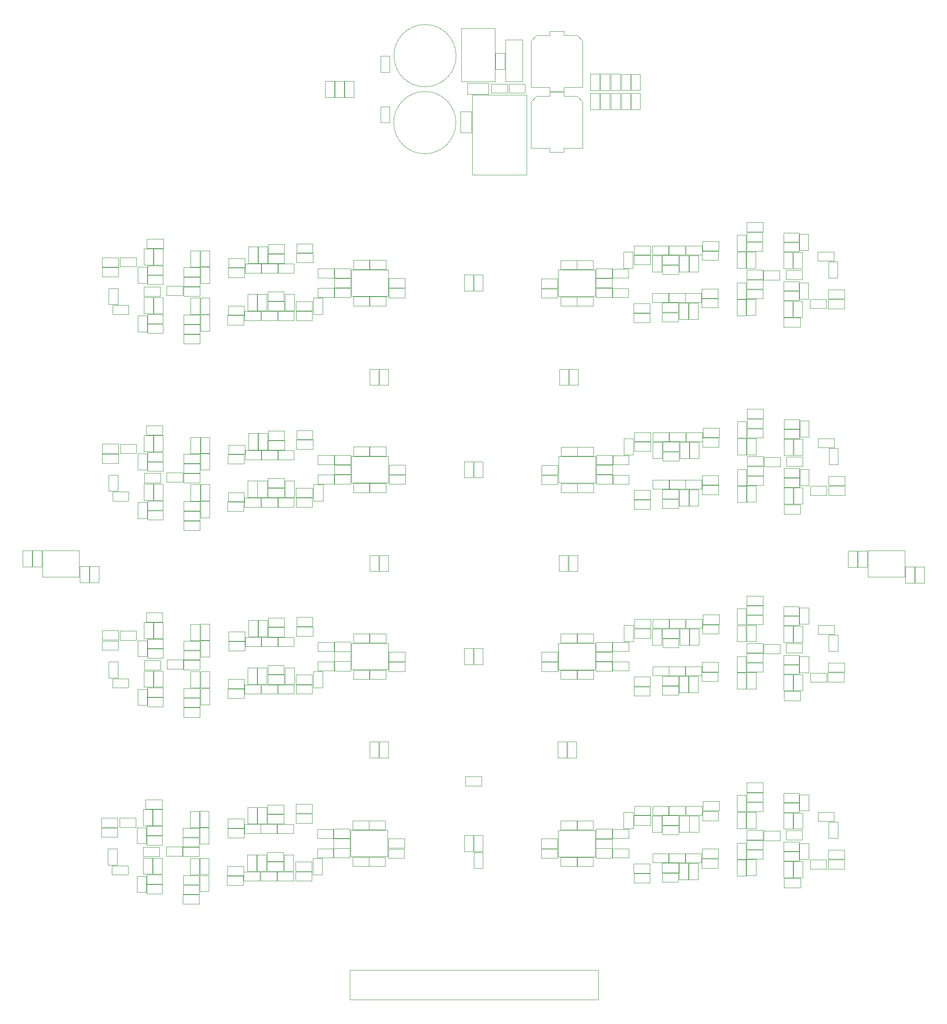
<source format=gbr>
%TF.GenerationSoftware,KiCad,Pcbnew,5.1.12-84ad8e8a86~92~ubuntu20.04.1*%
%TF.CreationDate,2022-01-25T12:25:37-05:00*%
%TF.ProjectId,emg-filter,656d672d-6669-46c7-9465-722e6b696361,rev?*%
%TF.SameCoordinates,Original*%
%TF.FileFunction,Other,User*%
%FSLAX46Y46*%
G04 Gerber Fmt 4.6, Leading zero omitted, Abs format (unit mm)*
G04 Created by KiCad (PCBNEW 5.1.12-84ad8e8a86~92~ubuntu20.04.1) date 2022-01-25 12:25:37*
%MOMM*%
%LPD*%
G01*
G04 APERTURE LIST*
%ADD10C,0.050000*%
G04 APERTURE END LIST*
D10*
%TO.C,D8*%
X45508980Y-40429220D02*
X45508980Y-38529220D01*
X45508980Y-38529220D02*
X42308980Y-38529220D01*
X42308980Y-40429220D02*
X42308980Y-38529220D01*
X45508980Y-40429220D02*
X42308980Y-40429220D01*
%TO.C,R51*%
X67501980Y-35984220D02*
X67501980Y-34084220D01*
X67501980Y-34084220D02*
X70861980Y-34084220D01*
X70861980Y-34084220D02*
X70861980Y-35984220D01*
X70861980Y-35984220D02*
X67501980Y-35984220D01*
%TO.C,C4*%
X161559980Y-82334540D02*
X161559980Y-84294540D01*
X161559980Y-84294540D02*
X158159980Y-84294540D01*
X158159980Y-84294540D02*
X158159980Y-82334540D01*
X158159980Y-82334540D02*
X161559980Y-82334540D01*
%TO.C,U54*%
X135760620Y-39415020D02*
X128060620Y-39415020D01*
X135760620Y-44915020D02*
X135760620Y-39415020D01*
X128060620Y-44915020D02*
X135760620Y-44915020D01*
X128060620Y-39415020D02*
X128060620Y-44915020D01*
%TO.C,U47*%
X128146980Y-78369540D02*
X128146980Y-83869540D01*
X128146980Y-83869540D02*
X135846980Y-83869540D01*
X135846980Y-83869540D02*
X135846980Y-78369540D01*
X135846980Y-78369540D02*
X128146980Y-78369540D01*
%TO.C,U40*%
X128095180Y-117353140D02*
X128095180Y-122853140D01*
X128095180Y-122853140D02*
X135795180Y-122853140D01*
X135795180Y-122853140D02*
X135795180Y-117353140D01*
X135795180Y-117353140D02*
X128095180Y-117353140D01*
%TO.C,U33*%
X135778220Y-156366400D02*
X128078220Y-156366400D01*
X135778220Y-161866400D02*
X135778220Y-156366400D01*
X128078220Y-161866400D02*
X135778220Y-161866400D01*
X128078220Y-156366400D02*
X128078220Y-161866400D01*
%TO.C,U26*%
X92450480Y-161855280D02*
X92450480Y-156355280D01*
X92450480Y-156355280D02*
X84750480Y-156355280D01*
X84750480Y-156355280D02*
X84750480Y-161855280D01*
X84750480Y-161855280D02*
X92450480Y-161855280D01*
%TO.C,U19*%
X92591180Y-122829440D02*
X92591180Y-117329440D01*
X92591180Y-117329440D02*
X84891180Y-117329440D01*
X84891180Y-117329440D02*
X84891180Y-122829440D01*
X84891180Y-122829440D02*
X92591180Y-122829440D01*
%TO.C,U12*%
X92596980Y-83837780D02*
X92596980Y-78337780D01*
X92596980Y-78337780D02*
X84896980Y-78337780D01*
X84896980Y-78337780D02*
X84896980Y-83837780D01*
X84896980Y-83837780D02*
X92596980Y-83837780D01*
%TO.C,U5*%
X92589980Y-44896220D02*
X92589980Y-39396220D01*
X92589980Y-39396220D02*
X84889980Y-39396220D01*
X84889980Y-39396220D02*
X84889980Y-44896220D01*
X84889980Y-44896220D02*
X92589980Y-44896220D01*
%TO.C,U4*%
X200446000Y-103524500D02*
X200446000Y-98024500D01*
X200446000Y-98024500D02*
X192746000Y-98024500D01*
X192746000Y-98024500D02*
X192746000Y-103524500D01*
X192746000Y-103524500D02*
X200446000Y-103524500D01*
%TO.C,U3*%
X28043500Y-103461000D02*
X28043500Y-97961000D01*
X28043500Y-97961000D02*
X20343500Y-97961000D01*
X20343500Y-97961000D02*
X20343500Y-103461000D01*
X20343500Y-103461000D02*
X28043500Y-103461000D01*
%TO.C,U2*%
X121443520Y-2901720D02*
X110143520Y-2901720D01*
X110143520Y-2901720D02*
X110143520Y-19541720D01*
X110143520Y-19541720D02*
X121443520Y-19541720D01*
X121443520Y-19541720D02*
X121443520Y-2901720D01*
%TO.C,U1*%
X107848520Y-134720D02*
X114848520Y-134720D01*
X114848520Y-134720D02*
X114848520Y10965280D01*
X114848520Y10965280D02*
X107848520Y10965280D01*
X107848520Y10965280D02*
X107848520Y-134720D01*
%TO.C,RV1*%
X120641520Y-67720D02*
X120641520Y8582280D01*
X120641520Y8582280D02*
X117041520Y8582280D01*
X117041520Y8582280D02*
X117041520Y-67720D01*
X117041520Y-67720D02*
X120641520Y-67720D01*
%TO.C,R325*%
X180695922Y-45577654D02*
X184055922Y-45577654D01*
X180695922Y-47477654D02*
X180695922Y-45577654D01*
X184055922Y-47477654D02*
X180695922Y-47477654D01*
X184055922Y-45577654D02*
X184055922Y-47477654D01*
%TO.C,R324*%
X184554620Y-41051020D02*
X184554620Y-37691020D01*
X186454620Y-41051020D02*
X184554620Y-41051020D01*
X186454620Y-37691020D02*
X186454620Y-41051020D01*
X184554620Y-37691020D02*
X186454620Y-37691020D01*
%TO.C,R323*%
X187819620Y-45401020D02*
X184459620Y-45401020D01*
X187819620Y-43501020D02*
X187819620Y-45401020D01*
X184459620Y-43501020D02*
X187819620Y-43501020D01*
X184459620Y-45401020D02*
X184459620Y-43501020D01*
%TO.C,R322*%
X185660620Y-37527020D02*
X182300620Y-37527020D01*
X185660620Y-35627020D02*
X185660620Y-37527020D01*
X182300620Y-35627020D02*
X185660620Y-35627020D01*
X182300620Y-37527020D02*
X182300620Y-35627020D01*
%TO.C,R321*%
X177188620Y-49282520D02*
X177188620Y-45922520D01*
X179088620Y-49282520D02*
X177188620Y-49282520D01*
X179088620Y-45922520D02*
X179088620Y-49282520D01*
X177188620Y-45922520D02*
X179088620Y-45922520D01*
%TO.C,R320*%
X180358620Y-42136020D02*
X180358620Y-45496020D01*
X178458620Y-42136020D02*
X180358620Y-42136020D01*
X178458620Y-45496020D02*
X178458620Y-42136020D01*
X180358620Y-45496020D02*
X178458620Y-45496020D01*
%TO.C,R319*%
X177188620Y-39146020D02*
X177188620Y-35786020D01*
X179088620Y-39146020D02*
X177188620Y-39146020D01*
X179088620Y-35786020D02*
X179088620Y-39146020D01*
X177188620Y-35786020D02*
X179088620Y-35786020D01*
%TO.C,R318*%
X180358620Y-31976020D02*
X180358620Y-35336020D01*
X178458620Y-31976020D02*
X180358620Y-31976020D01*
X178458620Y-35336020D02*
X178458620Y-31976020D01*
X180358620Y-35336020D02*
X178458620Y-35336020D01*
%TO.C,R317*%
X175156620Y-49282520D02*
X175156620Y-45922520D01*
X177056620Y-49282520D02*
X175156620Y-49282520D01*
X177056620Y-45922520D02*
X177056620Y-49282520D01*
X175156620Y-45922520D02*
X177056620Y-45922520D01*
%TO.C,R316*%
X175156620Y-39146020D02*
X175156620Y-35786020D01*
X177056620Y-39146020D02*
X175156620Y-39146020D01*
X177056620Y-35786020D02*
X177056620Y-39146020D01*
X175156620Y-35786020D02*
X177056620Y-35786020D01*
%TO.C,R315*%
X167441620Y-41469020D02*
X170801620Y-41469020D01*
X167441620Y-43369020D02*
X167441620Y-41469020D01*
X170801620Y-43369020D02*
X167441620Y-43369020D01*
X170801620Y-41469020D02*
X170801620Y-43369020D01*
%TO.C,R314*%
X170801620Y-45401020D02*
X167441620Y-45401020D01*
X170801620Y-43501020D02*
X170801620Y-45401020D01*
X167441620Y-43501020D02*
X170801620Y-43501020D01*
X167441620Y-45401020D02*
X167441620Y-43501020D01*
%TO.C,R313*%
X167418120Y-31563020D02*
X170778120Y-31563020D01*
X167418120Y-33463020D02*
X167418120Y-31563020D01*
X170778120Y-33463020D02*
X167418120Y-33463020D01*
X170778120Y-31563020D02*
X170778120Y-33463020D01*
%TO.C,R312*%
X170778120Y-35495020D02*
X167418120Y-35495020D01*
X170778120Y-33595020D02*
X170778120Y-35495020D01*
X167418120Y-33595020D02*
X170778120Y-33595020D01*
X167418120Y-35495020D02*
X167418120Y-33595020D01*
%TO.C,R311*%
X165377620Y-48925020D02*
X165377620Y-45565020D01*
X167277620Y-48925020D02*
X165377620Y-48925020D01*
X167277620Y-45565020D02*
X167277620Y-48925020D01*
X165377620Y-45565020D02*
X167277620Y-45565020D01*
%TO.C,R310*%
X165377620Y-45472520D02*
X165377620Y-42112520D01*
X167277620Y-45472520D02*
X165377620Y-45472520D01*
X167277620Y-42112520D02*
X167277620Y-45472520D01*
X165377620Y-42112520D02*
X167277620Y-42112520D01*
%TO.C,R309*%
X165377620Y-39042520D02*
X165377620Y-35682520D01*
X167277620Y-39042520D02*
X165377620Y-39042520D01*
X167277620Y-35682520D02*
X167277620Y-39042520D01*
X165377620Y-35682520D02*
X167277620Y-35682520D01*
%TO.C,R308*%
X165377620Y-35486520D02*
X165377620Y-32126520D01*
X167277620Y-35486520D02*
X165377620Y-35486520D01*
X167277620Y-32126520D02*
X167277620Y-35486520D01*
X165377620Y-32126520D02*
X167277620Y-32126520D01*
%TO.C,R307*%
X161403620Y-47306020D02*
X158043620Y-47306020D01*
X161403620Y-45406020D02*
X161403620Y-47306020D01*
X158043620Y-45406020D02*
X161403620Y-45406020D01*
X158043620Y-47306020D02*
X158043620Y-45406020D01*
%TO.C,R306*%
X161530620Y-37400020D02*
X158170620Y-37400020D01*
X161530620Y-35500020D02*
X161530620Y-37400020D01*
X158170620Y-35500020D02*
X161530620Y-35500020D01*
X158170620Y-37400020D02*
X158170620Y-35500020D01*
%TO.C,R305*%
X157974620Y-46163020D02*
X154614620Y-46163020D01*
X157974620Y-44263020D02*
X157974620Y-46163020D01*
X154614620Y-44263020D02*
X157974620Y-44263020D01*
X154614620Y-46163020D02*
X154614620Y-44263020D01*
%TO.C,R304*%
X158101620Y-36257020D02*
X154741620Y-36257020D01*
X158101620Y-34357020D02*
X158101620Y-36257020D01*
X154741620Y-34357020D02*
X158101620Y-34357020D01*
X154741620Y-36257020D02*
X154741620Y-34357020D01*
%TO.C,R303*%
X149788620Y-48327020D02*
X153148620Y-48327020D01*
X149788620Y-50227020D02*
X149788620Y-48327020D01*
X153148620Y-50227020D02*
X149788620Y-50227020D01*
X153148620Y-48327020D02*
X153148620Y-50227020D01*
%TO.C,R302*%
X154545620Y-46163020D02*
X151185620Y-46163020D01*
X154545620Y-44263020D02*
X154545620Y-46163020D01*
X151185620Y-44263020D02*
X154545620Y-44263020D01*
X151185620Y-46163020D02*
X151185620Y-44263020D01*
%TO.C,R301*%
X149854620Y-38421020D02*
X153214620Y-38421020D01*
X149854620Y-40321020D02*
X149854620Y-38421020D01*
X153214620Y-40321020D02*
X149854620Y-40321020D01*
X153214620Y-38421020D02*
X153214620Y-40321020D01*
%TO.C,R300*%
X154569120Y-36257020D02*
X151209120Y-36257020D01*
X154569120Y-34357020D02*
X154569120Y-36257020D01*
X151209120Y-34357020D02*
X154569120Y-34357020D01*
X151209120Y-36257020D02*
X151209120Y-34357020D01*
%TO.C,R299*%
X151116620Y-46163020D02*
X147756620Y-46163020D01*
X151116620Y-44263020D02*
X151116620Y-46163020D01*
X147756620Y-44263020D02*
X151116620Y-44263020D01*
X147756620Y-46163020D02*
X147756620Y-44263020D01*
%TO.C,R298*%
X151116620Y-36257020D02*
X147756620Y-36257020D01*
X151116620Y-34357020D02*
X151116620Y-36257020D01*
X147756620Y-34357020D02*
X151116620Y-34357020D01*
X147756620Y-36257020D02*
X147756620Y-34357020D01*
%TO.C,R297*%
X128579620Y-45025020D02*
X131939620Y-45025020D01*
X128579620Y-46925020D02*
X128579620Y-45025020D01*
X131939620Y-46925020D02*
X128579620Y-46925020D01*
X131939620Y-45025020D02*
X131939620Y-46925020D01*
%TO.C,R296*%
X128579620Y-37405020D02*
X131939620Y-37405020D01*
X128579620Y-39305020D02*
X128579620Y-37405020D01*
X131939620Y-39305020D02*
X128579620Y-39305020D01*
X131939620Y-37405020D02*
X131939620Y-39305020D01*
%TO.C,R295*%
X135368620Y-46925020D02*
X132008620Y-46925020D01*
X135368620Y-45025020D02*
X135368620Y-46925020D01*
X132008620Y-45025020D02*
X135368620Y-45025020D01*
X132008620Y-46925020D02*
X132008620Y-45025020D01*
%TO.C,R294*%
X135368620Y-39305020D02*
X132008620Y-39305020D01*
X135368620Y-37405020D02*
X135368620Y-39305020D01*
X132008620Y-37405020D02*
X135368620Y-37405020D01*
X132008620Y-39305020D02*
X132008620Y-37405020D01*
%TO.C,R293*%
X147216237Y-50366211D02*
X143856237Y-50366211D01*
X147216237Y-48466211D02*
X147216237Y-50366211D01*
X143856237Y-48466211D02*
X147216237Y-48466211D01*
X143856237Y-50366211D02*
X143856237Y-48466211D01*
%TO.C,R292*%
X143946620Y-34357020D02*
X147306620Y-34357020D01*
X143946620Y-36257020D02*
X143946620Y-34357020D01*
X147306620Y-36257020D02*
X143946620Y-36257020D01*
X147306620Y-34357020D02*
X147306620Y-36257020D01*
%TO.C,R291*%
X139398120Y-43247020D02*
X142758120Y-43247020D01*
X139398120Y-45147020D02*
X139398120Y-43247020D01*
X142758120Y-45147020D02*
X139398120Y-45147020D01*
X142758120Y-43247020D02*
X142758120Y-45147020D01*
%TO.C,R290*%
X139398120Y-39183020D02*
X142758120Y-39183020D01*
X139398120Y-41083020D02*
X139398120Y-39183020D01*
X142758120Y-41083020D02*
X139398120Y-41083020D01*
X142758120Y-39183020D02*
X142758120Y-41083020D01*
%TO.C,R289*%
X184142282Y-84532174D02*
X184142282Y-86432174D01*
X184142282Y-86432174D02*
X180782282Y-86432174D01*
X180782282Y-86432174D02*
X180782282Y-84532174D01*
X180782282Y-84532174D02*
X184142282Y-84532174D01*
%TO.C,R288*%
X184640980Y-76645540D02*
X186540980Y-76645540D01*
X186540980Y-76645540D02*
X186540980Y-80005540D01*
X186540980Y-80005540D02*
X184640980Y-80005540D01*
X184640980Y-80005540D02*
X184640980Y-76645540D01*
%TO.C,R287*%
X184545980Y-84355540D02*
X184545980Y-82455540D01*
X184545980Y-82455540D02*
X187905980Y-82455540D01*
X187905980Y-82455540D02*
X187905980Y-84355540D01*
X187905980Y-84355540D02*
X184545980Y-84355540D01*
%TO.C,R286*%
X182386980Y-76481540D02*
X182386980Y-74581540D01*
X182386980Y-74581540D02*
X185746980Y-74581540D01*
X185746980Y-74581540D02*
X185746980Y-76481540D01*
X185746980Y-76481540D02*
X182386980Y-76481540D01*
%TO.C,R285*%
X177274980Y-84877040D02*
X179174980Y-84877040D01*
X179174980Y-84877040D02*
X179174980Y-88237040D01*
X179174980Y-88237040D02*
X177274980Y-88237040D01*
X177274980Y-88237040D02*
X177274980Y-84877040D01*
%TO.C,R284*%
X180444980Y-84450540D02*
X178544980Y-84450540D01*
X178544980Y-84450540D02*
X178544980Y-81090540D01*
X178544980Y-81090540D02*
X180444980Y-81090540D01*
X180444980Y-81090540D02*
X180444980Y-84450540D01*
%TO.C,R283*%
X177274980Y-74740540D02*
X179174980Y-74740540D01*
X179174980Y-74740540D02*
X179174980Y-78100540D01*
X179174980Y-78100540D02*
X177274980Y-78100540D01*
X177274980Y-78100540D02*
X177274980Y-74740540D01*
%TO.C,R282*%
X180444980Y-74290540D02*
X178544980Y-74290540D01*
X178544980Y-74290540D02*
X178544980Y-70930540D01*
X178544980Y-70930540D02*
X180444980Y-70930540D01*
X180444980Y-70930540D02*
X180444980Y-74290540D01*
%TO.C,R281*%
X175242980Y-84877040D02*
X177142980Y-84877040D01*
X177142980Y-84877040D02*
X177142980Y-88237040D01*
X177142980Y-88237040D02*
X175242980Y-88237040D01*
X175242980Y-88237040D02*
X175242980Y-84877040D01*
%TO.C,R280*%
X175242980Y-74740540D02*
X177142980Y-74740540D01*
X177142980Y-74740540D02*
X177142980Y-78100540D01*
X177142980Y-78100540D02*
X175242980Y-78100540D01*
X175242980Y-78100540D02*
X175242980Y-74740540D01*
%TO.C,R279*%
X170887980Y-80423540D02*
X170887980Y-82323540D01*
X170887980Y-82323540D02*
X167527980Y-82323540D01*
X167527980Y-82323540D02*
X167527980Y-80423540D01*
X167527980Y-80423540D02*
X170887980Y-80423540D01*
%TO.C,R278*%
X167527980Y-84355540D02*
X167527980Y-82455540D01*
X167527980Y-82455540D02*
X170887980Y-82455540D01*
X170887980Y-82455540D02*
X170887980Y-84355540D01*
X170887980Y-84355540D02*
X167527980Y-84355540D01*
%TO.C,R277*%
X170864480Y-70517540D02*
X170864480Y-72417540D01*
X170864480Y-72417540D02*
X167504480Y-72417540D01*
X167504480Y-72417540D02*
X167504480Y-70517540D01*
X167504480Y-70517540D02*
X170864480Y-70517540D01*
%TO.C,R276*%
X167504480Y-74449540D02*
X167504480Y-72549540D01*
X167504480Y-72549540D02*
X170864480Y-72549540D01*
X170864480Y-72549540D02*
X170864480Y-74449540D01*
X170864480Y-74449540D02*
X167504480Y-74449540D01*
%TO.C,R275*%
X165463980Y-84519540D02*
X167363980Y-84519540D01*
X167363980Y-84519540D02*
X167363980Y-87879540D01*
X167363980Y-87879540D02*
X165463980Y-87879540D01*
X165463980Y-87879540D02*
X165463980Y-84519540D01*
%TO.C,R274*%
X165463980Y-81067040D02*
X167363980Y-81067040D01*
X167363980Y-81067040D02*
X167363980Y-84427040D01*
X167363980Y-84427040D02*
X165463980Y-84427040D01*
X165463980Y-84427040D02*
X165463980Y-81067040D01*
%TO.C,R273*%
X165463980Y-74637040D02*
X167363980Y-74637040D01*
X167363980Y-74637040D02*
X167363980Y-77997040D01*
X167363980Y-77997040D02*
X165463980Y-77997040D01*
X165463980Y-77997040D02*
X165463980Y-74637040D01*
%TO.C,R272*%
X165463980Y-71081040D02*
X167363980Y-71081040D01*
X167363980Y-71081040D02*
X167363980Y-74441040D01*
X167363980Y-74441040D02*
X165463980Y-74441040D01*
X165463980Y-74441040D02*
X165463980Y-71081040D01*
%TO.C,R271*%
X158129980Y-86260540D02*
X158129980Y-84360540D01*
X158129980Y-84360540D02*
X161489980Y-84360540D01*
X161489980Y-84360540D02*
X161489980Y-86260540D01*
X161489980Y-86260540D02*
X158129980Y-86260540D01*
%TO.C,R270*%
X158256980Y-76354540D02*
X158256980Y-74454540D01*
X158256980Y-74454540D02*
X161616980Y-74454540D01*
X161616980Y-74454540D02*
X161616980Y-76354540D01*
X161616980Y-76354540D02*
X158256980Y-76354540D01*
%TO.C,R269*%
X154700980Y-85117540D02*
X154700980Y-83217540D01*
X154700980Y-83217540D02*
X158060980Y-83217540D01*
X158060980Y-83217540D02*
X158060980Y-85117540D01*
X158060980Y-85117540D02*
X154700980Y-85117540D01*
%TO.C,R268*%
X154827980Y-75211540D02*
X154827980Y-73311540D01*
X154827980Y-73311540D02*
X158187980Y-73311540D01*
X158187980Y-73311540D02*
X158187980Y-75211540D01*
X158187980Y-75211540D02*
X154827980Y-75211540D01*
%TO.C,R267*%
X153234980Y-87281540D02*
X153234980Y-89181540D01*
X153234980Y-89181540D02*
X149874980Y-89181540D01*
X149874980Y-89181540D02*
X149874980Y-87281540D01*
X149874980Y-87281540D02*
X153234980Y-87281540D01*
%TO.C,R266*%
X151271980Y-85117540D02*
X151271980Y-83217540D01*
X151271980Y-83217540D02*
X154631980Y-83217540D01*
X154631980Y-83217540D02*
X154631980Y-85117540D01*
X154631980Y-85117540D02*
X151271980Y-85117540D01*
%TO.C,R265*%
X153300980Y-77375540D02*
X153300980Y-79275540D01*
X153300980Y-79275540D02*
X149940980Y-79275540D01*
X149940980Y-79275540D02*
X149940980Y-77375540D01*
X149940980Y-77375540D02*
X153300980Y-77375540D01*
%TO.C,R264*%
X151295480Y-75211540D02*
X151295480Y-73311540D01*
X151295480Y-73311540D02*
X154655480Y-73311540D01*
X154655480Y-73311540D02*
X154655480Y-75211540D01*
X154655480Y-75211540D02*
X151295480Y-75211540D01*
%TO.C,R263*%
X147842980Y-85117540D02*
X147842980Y-83217540D01*
X147842980Y-83217540D02*
X151202980Y-83217540D01*
X151202980Y-83217540D02*
X151202980Y-85117540D01*
X151202980Y-85117540D02*
X147842980Y-85117540D01*
%TO.C,R262*%
X147842980Y-75211540D02*
X147842980Y-73311540D01*
X147842980Y-73311540D02*
X151202980Y-73311540D01*
X151202980Y-73311540D02*
X151202980Y-75211540D01*
X151202980Y-75211540D02*
X147842980Y-75211540D01*
%TO.C,R261*%
X132025980Y-83979540D02*
X132025980Y-85879540D01*
X132025980Y-85879540D02*
X128665980Y-85879540D01*
X128665980Y-85879540D02*
X128665980Y-83979540D01*
X128665980Y-83979540D02*
X132025980Y-83979540D01*
%TO.C,R260*%
X132025980Y-76359540D02*
X132025980Y-78259540D01*
X132025980Y-78259540D02*
X128665980Y-78259540D01*
X128665980Y-78259540D02*
X128665980Y-76359540D01*
X128665980Y-76359540D02*
X132025980Y-76359540D01*
%TO.C,R259*%
X132094980Y-85879540D02*
X132094980Y-83979540D01*
X132094980Y-83979540D02*
X135454980Y-83979540D01*
X135454980Y-83979540D02*
X135454980Y-85879540D01*
X135454980Y-85879540D02*
X132094980Y-85879540D01*
%TO.C,R258*%
X132094980Y-78259540D02*
X132094980Y-76359540D01*
X132094980Y-76359540D02*
X135454980Y-76359540D01*
X135454980Y-76359540D02*
X135454980Y-78259540D01*
X135454980Y-78259540D02*
X132094980Y-78259540D01*
%TO.C,R257*%
X143942597Y-89320731D02*
X143942597Y-87420731D01*
X143942597Y-87420731D02*
X147302597Y-87420731D01*
X147302597Y-87420731D02*
X147302597Y-89320731D01*
X147302597Y-89320731D02*
X143942597Y-89320731D01*
%TO.C,R256*%
X147392980Y-73311540D02*
X147392980Y-75211540D01*
X147392980Y-75211540D02*
X144032980Y-75211540D01*
X144032980Y-75211540D02*
X144032980Y-73311540D01*
X144032980Y-73311540D02*
X147392980Y-73311540D01*
%TO.C,R255*%
X142844480Y-82201540D02*
X142844480Y-84101540D01*
X142844480Y-84101540D02*
X139484480Y-84101540D01*
X139484480Y-84101540D02*
X139484480Y-82201540D01*
X139484480Y-82201540D02*
X142844480Y-82201540D01*
%TO.C,R254*%
X142844480Y-78137540D02*
X142844480Y-80037540D01*
X142844480Y-80037540D02*
X139484480Y-80037540D01*
X139484480Y-80037540D02*
X139484480Y-78137540D01*
X139484480Y-78137540D02*
X142844480Y-78137540D01*
%TO.C,R253*%
X184090482Y-123515774D02*
X184090482Y-125415774D01*
X184090482Y-125415774D02*
X180730482Y-125415774D01*
X180730482Y-125415774D02*
X180730482Y-123515774D01*
X180730482Y-123515774D02*
X184090482Y-123515774D01*
%TO.C,R252*%
X184589180Y-115629140D02*
X186489180Y-115629140D01*
X186489180Y-115629140D02*
X186489180Y-118989140D01*
X186489180Y-118989140D02*
X184589180Y-118989140D01*
X184589180Y-118989140D02*
X184589180Y-115629140D01*
%TO.C,R251*%
X184494180Y-123339140D02*
X184494180Y-121439140D01*
X184494180Y-121439140D02*
X187854180Y-121439140D01*
X187854180Y-121439140D02*
X187854180Y-123339140D01*
X187854180Y-123339140D02*
X184494180Y-123339140D01*
%TO.C,R250*%
X182335180Y-115465140D02*
X182335180Y-113565140D01*
X182335180Y-113565140D02*
X185695180Y-113565140D01*
X185695180Y-113565140D02*
X185695180Y-115465140D01*
X185695180Y-115465140D02*
X182335180Y-115465140D01*
%TO.C,R249*%
X177223180Y-123860640D02*
X179123180Y-123860640D01*
X179123180Y-123860640D02*
X179123180Y-127220640D01*
X179123180Y-127220640D02*
X177223180Y-127220640D01*
X177223180Y-127220640D02*
X177223180Y-123860640D01*
%TO.C,R248*%
X180393180Y-123434140D02*
X178493180Y-123434140D01*
X178493180Y-123434140D02*
X178493180Y-120074140D01*
X178493180Y-120074140D02*
X180393180Y-120074140D01*
X180393180Y-120074140D02*
X180393180Y-123434140D01*
%TO.C,R247*%
X177223180Y-113724140D02*
X179123180Y-113724140D01*
X179123180Y-113724140D02*
X179123180Y-117084140D01*
X179123180Y-117084140D02*
X177223180Y-117084140D01*
X177223180Y-117084140D02*
X177223180Y-113724140D01*
%TO.C,R246*%
X180393180Y-113274140D02*
X178493180Y-113274140D01*
X178493180Y-113274140D02*
X178493180Y-109914140D01*
X178493180Y-109914140D02*
X180393180Y-109914140D01*
X180393180Y-109914140D02*
X180393180Y-113274140D01*
%TO.C,R245*%
X175191180Y-123860640D02*
X177091180Y-123860640D01*
X177091180Y-123860640D02*
X177091180Y-127220640D01*
X177091180Y-127220640D02*
X175191180Y-127220640D01*
X175191180Y-127220640D02*
X175191180Y-123860640D01*
%TO.C,R244*%
X175191180Y-113724140D02*
X177091180Y-113724140D01*
X177091180Y-113724140D02*
X177091180Y-117084140D01*
X177091180Y-117084140D02*
X175191180Y-117084140D01*
X175191180Y-117084140D02*
X175191180Y-113724140D01*
%TO.C,R243*%
X170836180Y-119407140D02*
X170836180Y-121307140D01*
X170836180Y-121307140D02*
X167476180Y-121307140D01*
X167476180Y-121307140D02*
X167476180Y-119407140D01*
X167476180Y-119407140D02*
X170836180Y-119407140D01*
%TO.C,R242*%
X167476180Y-123339140D02*
X167476180Y-121439140D01*
X167476180Y-121439140D02*
X170836180Y-121439140D01*
X170836180Y-121439140D02*
X170836180Y-123339140D01*
X170836180Y-123339140D02*
X167476180Y-123339140D01*
%TO.C,R241*%
X170812680Y-109501140D02*
X170812680Y-111401140D01*
X170812680Y-111401140D02*
X167452680Y-111401140D01*
X167452680Y-111401140D02*
X167452680Y-109501140D01*
X167452680Y-109501140D02*
X170812680Y-109501140D01*
%TO.C,R240*%
X167452680Y-113433140D02*
X167452680Y-111533140D01*
X167452680Y-111533140D02*
X170812680Y-111533140D01*
X170812680Y-111533140D02*
X170812680Y-113433140D01*
X170812680Y-113433140D02*
X167452680Y-113433140D01*
%TO.C,R239*%
X165412180Y-123503140D02*
X167312180Y-123503140D01*
X167312180Y-123503140D02*
X167312180Y-126863140D01*
X167312180Y-126863140D02*
X165412180Y-126863140D01*
X165412180Y-126863140D02*
X165412180Y-123503140D01*
%TO.C,R238*%
X165412180Y-120050640D02*
X167312180Y-120050640D01*
X167312180Y-120050640D02*
X167312180Y-123410640D01*
X167312180Y-123410640D02*
X165412180Y-123410640D01*
X165412180Y-123410640D02*
X165412180Y-120050640D01*
%TO.C,R237*%
X165412180Y-113620640D02*
X167312180Y-113620640D01*
X167312180Y-113620640D02*
X167312180Y-116980640D01*
X167312180Y-116980640D02*
X165412180Y-116980640D01*
X165412180Y-116980640D02*
X165412180Y-113620640D01*
%TO.C,R236*%
X165412180Y-110064640D02*
X167312180Y-110064640D01*
X167312180Y-110064640D02*
X167312180Y-113424640D01*
X167312180Y-113424640D02*
X165412180Y-113424640D01*
X165412180Y-113424640D02*
X165412180Y-110064640D01*
%TO.C,R235*%
X158078180Y-125244140D02*
X158078180Y-123344140D01*
X158078180Y-123344140D02*
X161438180Y-123344140D01*
X161438180Y-123344140D02*
X161438180Y-125244140D01*
X161438180Y-125244140D02*
X158078180Y-125244140D01*
%TO.C,R234*%
X158205180Y-115338140D02*
X158205180Y-113438140D01*
X158205180Y-113438140D02*
X161565180Y-113438140D01*
X161565180Y-113438140D02*
X161565180Y-115338140D01*
X161565180Y-115338140D02*
X158205180Y-115338140D01*
%TO.C,R233*%
X154649180Y-124101140D02*
X154649180Y-122201140D01*
X154649180Y-122201140D02*
X158009180Y-122201140D01*
X158009180Y-122201140D02*
X158009180Y-124101140D01*
X158009180Y-124101140D02*
X154649180Y-124101140D01*
%TO.C,R232*%
X154776180Y-114195140D02*
X154776180Y-112295140D01*
X154776180Y-112295140D02*
X158136180Y-112295140D01*
X158136180Y-112295140D02*
X158136180Y-114195140D01*
X158136180Y-114195140D02*
X154776180Y-114195140D01*
%TO.C,R231*%
X153183180Y-126265140D02*
X153183180Y-128165140D01*
X153183180Y-128165140D02*
X149823180Y-128165140D01*
X149823180Y-128165140D02*
X149823180Y-126265140D01*
X149823180Y-126265140D02*
X153183180Y-126265140D01*
%TO.C,R230*%
X151220180Y-124101140D02*
X151220180Y-122201140D01*
X151220180Y-122201140D02*
X154580180Y-122201140D01*
X154580180Y-122201140D02*
X154580180Y-124101140D01*
X154580180Y-124101140D02*
X151220180Y-124101140D01*
%TO.C,R229*%
X153249180Y-116359140D02*
X153249180Y-118259140D01*
X153249180Y-118259140D02*
X149889180Y-118259140D01*
X149889180Y-118259140D02*
X149889180Y-116359140D01*
X149889180Y-116359140D02*
X153249180Y-116359140D01*
%TO.C,R228*%
X151243680Y-114195140D02*
X151243680Y-112295140D01*
X151243680Y-112295140D02*
X154603680Y-112295140D01*
X154603680Y-112295140D02*
X154603680Y-114195140D01*
X154603680Y-114195140D02*
X151243680Y-114195140D01*
%TO.C,R227*%
X147791180Y-124101140D02*
X147791180Y-122201140D01*
X147791180Y-122201140D02*
X151151180Y-122201140D01*
X151151180Y-122201140D02*
X151151180Y-124101140D01*
X151151180Y-124101140D02*
X147791180Y-124101140D01*
%TO.C,R226*%
X147791180Y-114195140D02*
X147791180Y-112295140D01*
X147791180Y-112295140D02*
X151151180Y-112295140D01*
X151151180Y-112295140D02*
X151151180Y-114195140D01*
X151151180Y-114195140D02*
X147791180Y-114195140D01*
%TO.C,R225*%
X131974180Y-122963140D02*
X131974180Y-124863140D01*
X131974180Y-124863140D02*
X128614180Y-124863140D01*
X128614180Y-124863140D02*
X128614180Y-122963140D01*
X128614180Y-122963140D02*
X131974180Y-122963140D01*
%TO.C,R224*%
X131974180Y-115343140D02*
X131974180Y-117243140D01*
X131974180Y-117243140D02*
X128614180Y-117243140D01*
X128614180Y-117243140D02*
X128614180Y-115343140D01*
X128614180Y-115343140D02*
X131974180Y-115343140D01*
%TO.C,R223*%
X132043180Y-124863140D02*
X132043180Y-122963140D01*
X132043180Y-122963140D02*
X135403180Y-122963140D01*
X135403180Y-122963140D02*
X135403180Y-124863140D01*
X135403180Y-124863140D02*
X132043180Y-124863140D01*
%TO.C,R222*%
X132043180Y-117243140D02*
X132043180Y-115343140D01*
X132043180Y-115343140D02*
X135403180Y-115343140D01*
X135403180Y-115343140D02*
X135403180Y-117243140D01*
X135403180Y-117243140D02*
X132043180Y-117243140D01*
%TO.C,R221*%
X143890797Y-128304331D02*
X143890797Y-126404331D01*
X143890797Y-126404331D02*
X147250797Y-126404331D01*
X147250797Y-126404331D02*
X147250797Y-128304331D01*
X147250797Y-128304331D02*
X143890797Y-128304331D01*
%TO.C,R220*%
X147341180Y-112295140D02*
X147341180Y-114195140D01*
X147341180Y-114195140D02*
X143981180Y-114195140D01*
X143981180Y-114195140D02*
X143981180Y-112295140D01*
X143981180Y-112295140D02*
X147341180Y-112295140D01*
%TO.C,R219*%
X142792680Y-121185140D02*
X142792680Y-123085140D01*
X142792680Y-123085140D02*
X139432680Y-123085140D01*
X139432680Y-123085140D02*
X139432680Y-121185140D01*
X139432680Y-121185140D02*
X142792680Y-121185140D01*
%TO.C,R218*%
X142792680Y-117121140D02*
X142792680Y-119021140D01*
X142792680Y-119021140D02*
X139432680Y-119021140D01*
X139432680Y-119021140D02*
X139432680Y-117121140D01*
X139432680Y-117121140D02*
X142792680Y-117121140D01*
%TO.C,R217*%
X180713522Y-162529034D02*
X184073522Y-162529034D01*
X180713522Y-164429034D02*
X180713522Y-162529034D01*
X184073522Y-164429034D02*
X180713522Y-164429034D01*
X184073522Y-162529034D02*
X184073522Y-164429034D01*
%TO.C,R216*%
X184572220Y-158002400D02*
X184572220Y-154642400D01*
X186472220Y-158002400D02*
X184572220Y-158002400D01*
X186472220Y-154642400D02*
X186472220Y-158002400D01*
X184572220Y-154642400D02*
X186472220Y-154642400D01*
%TO.C,R215*%
X187837220Y-162352400D02*
X184477220Y-162352400D01*
X187837220Y-160452400D02*
X187837220Y-162352400D01*
X184477220Y-160452400D02*
X187837220Y-160452400D01*
X184477220Y-162352400D02*
X184477220Y-160452400D01*
%TO.C,R214*%
X185678220Y-154478400D02*
X182318220Y-154478400D01*
X185678220Y-152578400D02*
X185678220Y-154478400D01*
X182318220Y-152578400D02*
X185678220Y-152578400D01*
X182318220Y-154478400D02*
X182318220Y-152578400D01*
%TO.C,R213*%
X177206220Y-166233900D02*
X177206220Y-162873900D01*
X179106220Y-166233900D02*
X177206220Y-166233900D01*
X179106220Y-162873900D02*
X179106220Y-166233900D01*
X177206220Y-162873900D02*
X179106220Y-162873900D01*
%TO.C,R212*%
X180376220Y-159087400D02*
X180376220Y-162447400D01*
X178476220Y-159087400D02*
X180376220Y-159087400D01*
X178476220Y-162447400D02*
X178476220Y-159087400D01*
X180376220Y-162447400D02*
X178476220Y-162447400D01*
%TO.C,R211*%
X177206220Y-156097400D02*
X177206220Y-152737400D01*
X179106220Y-156097400D02*
X177206220Y-156097400D01*
X179106220Y-152737400D02*
X179106220Y-156097400D01*
X177206220Y-152737400D02*
X179106220Y-152737400D01*
%TO.C,R210*%
X180376220Y-148927400D02*
X180376220Y-152287400D01*
X178476220Y-148927400D02*
X180376220Y-148927400D01*
X178476220Y-152287400D02*
X178476220Y-148927400D01*
X180376220Y-152287400D02*
X178476220Y-152287400D01*
%TO.C,R209*%
X175174220Y-166233900D02*
X175174220Y-162873900D01*
X177074220Y-166233900D02*
X175174220Y-166233900D01*
X177074220Y-162873900D02*
X177074220Y-166233900D01*
X175174220Y-162873900D02*
X177074220Y-162873900D01*
%TO.C,R208*%
X175174220Y-156097400D02*
X175174220Y-152737400D01*
X177074220Y-156097400D02*
X175174220Y-156097400D01*
X177074220Y-152737400D02*
X177074220Y-156097400D01*
X175174220Y-152737400D02*
X177074220Y-152737400D01*
%TO.C,R207*%
X167459220Y-158420400D02*
X170819220Y-158420400D01*
X167459220Y-160320400D02*
X167459220Y-158420400D01*
X170819220Y-160320400D02*
X167459220Y-160320400D01*
X170819220Y-158420400D02*
X170819220Y-160320400D01*
%TO.C,R206*%
X170819220Y-162352400D02*
X167459220Y-162352400D01*
X170819220Y-160452400D02*
X170819220Y-162352400D01*
X167459220Y-160452400D02*
X170819220Y-160452400D01*
X167459220Y-162352400D02*
X167459220Y-160452400D01*
%TO.C,R205*%
X167435720Y-148514400D02*
X170795720Y-148514400D01*
X167435720Y-150414400D02*
X167435720Y-148514400D01*
X170795720Y-150414400D02*
X167435720Y-150414400D01*
X170795720Y-148514400D02*
X170795720Y-150414400D01*
%TO.C,R204*%
X170795720Y-152446400D02*
X167435720Y-152446400D01*
X170795720Y-150546400D02*
X170795720Y-152446400D01*
X167435720Y-150546400D02*
X170795720Y-150546400D01*
X167435720Y-152446400D02*
X167435720Y-150546400D01*
%TO.C,R203*%
X165395220Y-165876400D02*
X165395220Y-162516400D01*
X167295220Y-165876400D02*
X165395220Y-165876400D01*
X167295220Y-162516400D02*
X167295220Y-165876400D01*
X165395220Y-162516400D02*
X167295220Y-162516400D01*
%TO.C,R202*%
X165395220Y-162423900D02*
X165395220Y-159063900D01*
X167295220Y-162423900D02*
X165395220Y-162423900D01*
X167295220Y-159063900D02*
X167295220Y-162423900D01*
X165395220Y-159063900D02*
X167295220Y-159063900D01*
%TO.C,R201*%
X165395220Y-155993900D02*
X165395220Y-152633900D01*
X167295220Y-155993900D02*
X165395220Y-155993900D01*
X167295220Y-152633900D02*
X167295220Y-155993900D01*
X165395220Y-152633900D02*
X167295220Y-152633900D01*
%TO.C,R200*%
X165395220Y-152437900D02*
X165395220Y-149077900D01*
X167295220Y-152437900D02*
X165395220Y-152437900D01*
X167295220Y-149077900D02*
X167295220Y-152437900D01*
X165395220Y-149077900D02*
X167295220Y-149077900D01*
%TO.C,R199*%
X161421220Y-164257400D02*
X158061220Y-164257400D01*
X161421220Y-162357400D02*
X161421220Y-164257400D01*
X158061220Y-162357400D02*
X161421220Y-162357400D01*
X158061220Y-164257400D02*
X158061220Y-162357400D01*
%TO.C,R198*%
X161548220Y-154351400D02*
X158188220Y-154351400D01*
X161548220Y-152451400D02*
X161548220Y-154351400D01*
X158188220Y-152451400D02*
X161548220Y-152451400D01*
X158188220Y-154351400D02*
X158188220Y-152451400D01*
%TO.C,R197*%
X157992220Y-163114400D02*
X154632220Y-163114400D01*
X157992220Y-161214400D02*
X157992220Y-163114400D01*
X154632220Y-161214400D02*
X157992220Y-161214400D01*
X154632220Y-163114400D02*
X154632220Y-161214400D01*
%TO.C,R196*%
X158119220Y-153208400D02*
X154759220Y-153208400D01*
X158119220Y-151308400D02*
X158119220Y-153208400D01*
X154759220Y-151308400D02*
X158119220Y-151308400D01*
X154759220Y-153208400D02*
X154759220Y-151308400D01*
%TO.C,R195*%
X149806220Y-165278400D02*
X153166220Y-165278400D01*
X149806220Y-167178400D02*
X149806220Y-165278400D01*
X153166220Y-167178400D02*
X149806220Y-167178400D01*
X153166220Y-165278400D02*
X153166220Y-167178400D01*
%TO.C,R194*%
X154563220Y-163114400D02*
X151203220Y-163114400D01*
X154563220Y-161214400D02*
X154563220Y-163114400D01*
X151203220Y-161214400D02*
X154563220Y-161214400D01*
X151203220Y-163114400D02*
X151203220Y-161214400D01*
%TO.C,R193*%
X149872220Y-155372400D02*
X153232220Y-155372400D01*
X149872220Y-157272400D02*
X149872220Y-155372400D01*
X153232220Y-157272400D02*
X149872220Y-157272400D01*
X153232220Y-155372400D02*
X153232220Y-157272400D01*
%TO.C,R192*%
X154586720Y-153208400D02*
X151226720Y-153208400D01*
X154586720Y-151308400D02*
X154586720Y-153208400D01*
X151226720Y-151308400D02*
X154586720Y-151308400D01*
X151226720Y-153208400D02*
X151226720Y-151308400D01*
%TO.C,R191*%
X151134220Y-163114400D02*
X147774220Y-163114400D01*
X151134220Y-161214400D02*
X151134220Y-163114400D01*
X147774220Y-161214400D02*
X151134220Y-161214400D01*
X147774220Y-163114400D02*
X147774220Y-161214400D01*
%TO.C,R190*%
X151134220Y-153208400D02*
X147774220Y-153208400D01*
X151134220Y-151308400D02*
X151134220Y-153208400D01*
X147774220Y-151308400D02*
X151134220Y-151308400D01*
X147774220Y-153208400D02*
X147774220Y-151308400D01*
%TO.C,R189*%
X128597220Y-161976400D02*
X131957220Y-161976400D01*
X128597220Y-163876400D02*
X128597220Y-161976400D01*
X131957220Y-163876400D02*
X128597220Y-163876400D01*
X131957220Y-161976400D02*
X131957220Y-163876400D01*
%TO.C,R188*%
X128597220Y-154356400D02*
X131957220Y-154356400D01*
X128597220Y-156256400D02*
X128597220Y-154356400D01*
X131957220Y-156256400D02*
X128597220Y-156256400D01*
X131957220Y-154356400D02*
X131957220Y-156256400D01*
%TO.C,R187*%
X135386220Y-163876400D02*
X132026220Y-163876400D01*
X135386220Y-161976400D02*
X135386220Y-163876400D01*
X132026220Y-161976400D02*
X135386220Y-161976400D01*
X132026220Y-163876400D02*
X132026220Y-161976400D01*
%TO.C,R186*%
X135386220Y-156256400D02*
X132026220Y-156256400D01*
X135386220Y-154356400D02*
X135386220Y-156256400D01*
X132026220Y-154356400D02*
X135386220Y-154356400D01*
X132026220Y-156256400D02*
X132026220Y-154356400D01*
%TO.C,R185*%
X147233837Y-167317591D02*
X143873837Y-167317591D01*
X147233837Y-165417591D02*
X147233837Y-167317591D01*
X143873837Y-165417591D02*
X147233837Y-165417591D01*
X143873837Y-167317591D02*
X143873837Y-165417591D01*
%TO.C,R184*%
X143964220Y-151308400D02*
X147324220Y-151308400D01*
X143964220Y-153208400D02*
X143964220Y-151308400D01*
X147324220Y-153208400D02*
X143964220Y-153208400D01*
X147324220Y-151308400D02*
X147324220Y-153208400D01*
%TO.C,R183*%
X139415720Y-160198400D02*
X142775720Y-160198400D01*
X139415720Y-162098400D02*
X139415720Y-160198400D01*
X142775720Y-162098400D02*
X139415720Y-162098400D01*
X142775720Y-160198400D02*
X142775720Y-162098400D01*
%TO.C,R182*%
X139415720Y-156134400D02*
X142775720Y-156134400D01*
X139415720Y-158034400D02*
X139415720Y-156134400D01*
X142775720Y-158034400D02*
X139415720Y-158034400D01*
X142775720Y-156134400D02*
X142775720Y-158034400D01*
%TO.C,R181*%
X36455178Y-155692646D02*
X36455178Y-153792646D01*
X36455178Y-153792646D02*
X39815178Y-153792646D01*
X39815178Y-153792646D02*
X39815178Y-155692646D01*
X39815178Y-155692646D02*
X36455178Y-155692646D01*
%TO.C,R180*%
X35956480Y-163579280D02*
X34056480Y-163579280D01*
X34056480Y-163579280D02*
X34056480Y-160219280D01*
X34056480Y-160219280D02*
X35956480Y-160219280D01*
X35956480Y-160219280D02*
X35956480Y-163579280D01*
%TO.C,R179*%
X36051480Y-155869280D02*
X36051480Y-157769280D01*
X36051480Y-157769280D02*
X32691480Y-157769280D01*
X32691480Y-157769280D02*
X32691480Y-155869280D01*
X32691480Y-155869280D02*
X36051480Y-155869280D01*
%TO.C,R178*%
X38210480Y-163743280D02*
X38210480Y-165643280D01*
X38210480Y-165643280D02*
X34850480Y-165643280D01*
X34850480Y-165643280D02*
X34850480Y-163743280D01*
X34850480Y-163743280D02*
X38210480Y-163743280D01*
%TO.C,R177*%
X43322480Y-155347780D02*
X41422480Y-155347780D01*
X41422480Y-155347780D02*
X41422480Y-151987780D01*
X41422480Y-151987780D02*
X43322480Y-151987780D01*
X43322480Y-151987780D02*
X43322480Y-155347780D01*
%TO.C,R176*%
X40152480Y-155774280D02*
X42052480Y-155774280D01*
X42052480Y-155774280D02*
X42052480Y-159134280D01*
X42052480Y-159134280D02*
X40152480Y-159134280D01*
X40152480Y-159134280D02*
X40152480Y-155774280D01*
%TO.C,R175*%
X43322480Y-165484280D02*
X41422480Y-165484280D01*
X41422480Y-165484280D02*
X41422480Y-162124280D01*
X41422480Y-162124280D02*
X43322480Y-162124280D01*
X43322480Y-162124280D02*
X43322480Y-165484280D01*
%TO.C,R174*%
X40152480Y-165934280D02*
X42052480Y-165934280D01*
X42052480Y-165934280D02*
X42052480Y-169294280D01*
X42052480Y-169294280D02*
X40152480Y-169294280D01*
X40152480Y-169294280D02*
X40152480Y-165934280D01*
%TO.C,R173*%
X45354480Y-155347780D02*
X43454480Y-155347780D01*
X43454480Y-155347780D02*
X43454480Y-151987780D01*
X43454480Y-151987780D02*
X45354480Y-151987780D01*
X45354480Y-151987780D02*
X45354480Y-155347780D01*
%TO.C,R172*%
X45354480Y-165484280D02*
X43454480Y-165484280D01*
X43454480Y-165484280D02*
X43454480Y-162124280D01*
X43454480Y-162124280D02*
X45354480Y-162124280D01*
X45354480Y-162124280D02*
X45354480Y-165484280D01*
%TO.C,R171*%
X49709480Y-159801280D02*
X49709480Y-157901280D01*
X49709480Y-157901280D02*
X53069480Y-157901280D01*
X53069480Y-157901280D02*
X53069480Y-159801280D01*
X53069480Y-159801280D02*
X49709480Y-159801280D01*
%TO.C,R170*%
X53069480Y-155869280D02*
X53069480Y-157769280D01*
X53069480Y-157769280D02*
X49709480Y-157769280D01*
X49709480Y-157769280D02*
X49709480Y-155869280D01*
X49709480Y-155869280D02*
X53069480Y-155869280D01*
%TO.C,R169*%
X49732980Y-169707280D02*
X49732980Y-167807280D01*
X49732980Y-167807280D02*
X53092980Y-167807280D01*
X53092980Y-167807280D02*
X53092980Y-169707280D01*
X53092980Y-169707280D02*
X49732980Y-169707280D01*
%TO.C,R168*%
X53092980Y-165775280D02*
X53092980Y-167675280D01*
X53092980Y-167675280D02*
X49732980Y-167675280D01*
X49732980Y-167675280D02*
X49732980Y-165775280D01*
X49732980Y-165775280D02*
X53092980Y-165775280D01*
%TO.C,R167*%
X55133480Y-155705280D02*
X53233480Y-155705280D01*
X53233480Y-155705280D02*
X53233480Y-152345280D01*
X53233480Y-152345280D02*
X55133480Y-152345280D01*
X55133480Y-152345280D02*
X55133480Y-155705280D01*
%TO.C,R166*%
X55133480Y-159157780D02*
X53233480Y-159157780D01*
X53233480Y-159157780D02*
X53233480Y-155797780D01*
X53233480Y-155797780D02*
X55133480Y-155797780D01*
X55133480Y-155797780D02*
X55133480Y-159157780D01*
%TO.C,R165*%
X55133480Y-165587780D02*
X53233480Y-165587780D01*
X53233480Y-165587780D02*
X53233480Y-162227780D01*
X53233480Y-162227780D02*
X55133480Y-162227780D01*
X55133480Y-162227780D02*
X55133480Y-165587780D01*
%TO.C,R164*%
X55133480Y-169143780D02*
X53233480Y-169143780D01*
X53233480Y-169143780D02*
X53233480Y-165783780D01*
X53233480Y-165783780D02*
X55133480Y-165783780D01*
X55133480Y-165783780D02*
X55133480Y-169143780D01*
%TO.C,R163*%
X62467480Y-153964280D02*
X62467480Y-155864280D01*
X62467480Y-155864280D02*
X59107480Y-155864280D01*
X59107480Y-155864280D02*
X59107480Y-153964280D01*
X59107480Y-153964280D02*
X62467480Y-153964280D01*
%TO.C,R162*%
X62340480Y-163870280D02*
X62340480Y-165770280D01*
X62340480Y-165770280D02*
X58980480Y-165770280D01*
X58980480Y-165770280D02*
X58980480Y-163870280D01*
X58980480Y-163870280D02*
X62340480Y-163870280D01*
%TO.C,R161*%
X65896480Y-155107280D02*
X65896480Y-157007280D01*
X65896480Y-157007280D02*
X62536480Y-157007280D01*
X62536480Y-157007280D02*
X62536480Y-155107280D01*
X62536480Y-155107280D02*
X65896480Y-155107280D01*
%TO.C,R160*%
X65769480Y-165013280D02*
X65769480Y-166913280D01*
X65769480Y-166913280D02*
X62409480Y-166913280D01*
X62409480Y-166913280D02*
X62409480Y-165013280D01*
X62409480Y-165013280D02*
X65769480Y-165013280D01*
%TO.C,R159*%
X67362480Y-152943280D02*
X67362480Y-151043280D01*
X67362480Y-151043280D02*
X70722480Y-151043280D01*
X70722480Y-151043280D02*
X70722480Y-152943280D01*
X70722480Y-152943280D02*
X67362480Y-152943280D01*
%TO.C,R158*%
X69325480Y-155107280D02*
X69325480Y-157007280D01*
X69325480Y-157007280D02*
X65965480Y-157007280D01*
X65965480Y-157007280D02*
X65965480Y-155107280D01*
X65965480Y-155107280D02*
X69325480Y-155107280D01*
%TO.C,R157*%
X67296480Y-162849280D02*
X67296480Y-160949280D01*
X67296480Y-160949280D02*
X70656480Y-160949280D01*
X70656480Y-160949280D02*
X70656480Y-162849280D01*
X70656480Y-162849280D02*
X67296480Y-162849280D01*
%TO.C,R156*%
X69301980Y-165013280D02*
X69301980Y-166913280D01*
X69301980Y-166913280D02*
X65941980Y-166913280D01*
X65941980Y-166913280D02*
X65941980Y-165013280D01*
X65941980Y-165013280D02*
X69301980Y-165013280D01*
%TO.C,R155*%
X72754480Y-155107280D02*
X72754480Y-157007280D01*
X72754480Y-157007280D02*
X69394480Y-157007280D01*
X69394480Y-157007280D02*
X69394480Y-155107280D01*
X69394480Y-155107280D02*
X72754480Y-155107280D01*
%TO.C,R154*%
X72754480Y-165013280D02*
X72754480Y-166913280D01*
X72754480Y-166913280D02*
X69394480Y-166913280D01*
X69394480Y-166913280D02*
X69394480Y-165013280D01*
X69394480Y-165013280D02*
X72754480Y-165013280D01*
%TO.C,R153*%
X88571480Y-156245280D02*
X88571480Y-154345280D01*
X88571480Y-154345280D02*
X91931480Y-154345280D01*
X91931480Y-154345280D02*
X91931480Y-156245280D01*
X91931480Y-156245280D02*
X88571480Y-156245280D01*
%TO.C,R152*%
X88571480Y-163865280D02*
X88571480Y-161965280D01*
X88571480Y-161965280D02*
X91931480Y-161965280D01*
X91931480Y-161965280D02*
X91931480Y-163865280D01*
X91931480Y-163865280D02*
X88571480Y-163865280D01*
%TO.C,R151*%
X88502480Y-154345280D02*
X88502480Y-156245280D01*
X88502480Y-156245280D02*
X85142480Y-156245280D01*
X85142480Y-156245280D02*
X85142480Y-154345280D01*
X85142480Y-154345280D02*
X88502480Y-154345280D01*
%TO.C,R150*%
X88502480Y-161965280D02*
X88502480Y-163865280D01*
X88502480Y-163865280D02*
X85142480Y-163865280D01*
X85142480Y-163865280D02*
X85142480Y-161965280D01*
X85142480Y-161965280D02*
X88502480Y-161965280D01*
%TO.C,R149*%
X76654863Y-150904089D02*
X76654863Y-152804089D01*
X76654863Y-152804089D02*
X73294863Y-152804089D01*
X73294863Y-152804089D02*
X73294863Y-150904089D01*
X73294863Y-150904089D02*
X76654863Y-150904089D01*
%TO.C,R148*%
X73204480Y-166913280D02*
X73204480Y-165013280D01*
X73204480Y-165013280D02*
X76564480Y-165013280D01*
X76564480Y-165013280D02*
X76564480Y-166913280D01*
X76564480Y-166913280D02*
X73204480Y-166913280D01*
%TO.C,R147*%
X77752980Y-158023280D02*
X77752980Y-156123280D01*
X77752980Y-156123280D02*
X81112980Y-156123280D01*
X81112980Y-156123280D02*
X81112980Y-158023280D01*
X81112980Y-158023280D02*
X77752980Y-158023280D01*
%TO.C,R146*%
X77752980Y-162087280D02*
X77752980Y-160187280D01*
X77752980Y-160187280D02*
X81112980Y-160187280D01*
X81112980Y-160187280D02*
X81112980Y-162087280D01*
X81112980Y-162087280D02*
X77752980Y-162087280D01*
%TO.C,R145*%
X36595878Y-116666806D02*
X36595878Y-114766806D01*
X36595878Y-114766806D02*
X39955878Y-114766806D01*
X39955878Y-114766806D02*
X39955878Y-116666806D01*
X39955878Y-116666806D02*
X36595878Y-116666806D01*
%TO.C,R144*%
X36097180Y-124553440D02*
X34197180Y-124553440D01*
X34197180Y-124553440D02*
X34197180Y-121193440D01*
X34197180Y-121193440D02*
X36097180Y-121193440D01*
X36097180Y-121193440D02*
X36097180Y-124553440D01*
%TO.C,R143*%
X36192180Y-116843440D02*
X36192180Y-118743440D01*
X36192180Y-118743440D02*
X32832180Y-118743440D01*
X32832180Y-118743440D02*
X32832180Y-116843440D01*
X32832180Y-116843440D02*
X36192180Y-116843440D01*
%TO.C,R142*%
X38351180Y-124717440D02*
X38351180Y-126617440D01*
X38351180Y-126617440D02*
X34991180Y-126617440D01*
X34991180Y-126617440D02*
X34991180Y-124717440D01*
X34991180Y-124717440D02*
X38351180Y-124717440D01*
%TO.C,R141*%
X43463180Y-116321940D02*
X41563180Y-116321940D01*
X41563180Y-116321940D02*
X41563180Y-112961940D01*
X41563180Y-112961940D02*
X43463180Y-112961940D01*
X43463180Y-112961940D02*
X43463180Y-116321940D01*
%TO.C,R140*%
X40293180Y-116748440D02*
X42193180Y-116748440D01*
X42193180Y-116748440D02*
X42193180Y-120108440D01*
X42193180Y-120108440D02*
X40293180Y-120108440D01*
X40293180Y-120108440D02*
X40293180Y-116748440D01*
%TO.C,R139*%
X43463180Y-126458440D02*
X41563180Y-126458440D01*
X41563180Y-126458440D02*
X41563180Y-123098440D01*
X41563180Y-123098440D02*
X43463180Y-123098440D01*
X43463180Y-123098440D02*
X43463180Y-126458440D01*
%TO.C,R138*%
X40293180Y-126908440D02*
X42193180Y-126908440D01*
X42193180Y-126908440D02*
X42193180Y-130268440D01*
X42193180Y-130268440D02*
X40293180Y-130268440D01*
X40293180Y-130268440D02*
X40293180Y-126908440D01*
%TO.C,R137*%
X45495180Y-116321940D02*
X43595180Y-116321940D01*
X43595180Y-116321940D02*
X43595180Y-112961940D01*
X43595180Y-112961940D02*
X45495180Y-112961940D01*
X45495180Y-112961940D02*
X45495180Y-116321940D01*
%TO.C,R136*%
X45495180Y-126458440D02*
X43595180Y-126458440D01*
X43595180Y-126458440D02*
X43595180Y-123098440D01*
X43595180Y-123098440D02*
X45495180Y-123098440D01*
X45495180Y-123098440D02*
X45495180Y-126458440D01*
%TO.C,R135*%
X49850180Y-120775440D02*
X49850180Y-118875440D01*
X49850180Y-118875440D02*
X53210180Y-118875440D01*
X53210180Y-118875440D02*
X53210180Y-120775440D01*
X53210180Y-120775440D02*
X49850180Y-120775440D01*
%TO.C,R134*%
X53210180Y-116843440D02*
X53210180Y-118743440D01*
X53210180Y-118743440D02*
X49850180Y-118743440D01*
X49850180Y-118743440D02*
X49850180Y-116843440D01*
X49850180Y-116843440D02*
X53210180Y-116843440D01*
%TO.C,R133*%
X49873680Y-130681440D02*
X49873680Y-128781440D01*
X49873680Y-128781440D02*
X53233680Y-128781440D01*
X53233680Y-128781440D02*
X53233680Y-130681440D01*
X53233680Y-130681440D02*
X49873680Y-130681440D01*
%TO.C,R132*%
X53233680Y-126749440D02*
X53233680Y-128649440D01*
X53233680Y-128649440D02*
X49873680Y-128649440D01*
X49873680Y-128649440D02*
X49873680Y-126749440D01*
X49873680Y-126749440D02*
X53233680Y-126749440D01*
%TO.C,R131*%
X55274180Y-116679440D02*
X53374180Y-116679440D01*
X53374180Y-116679440D02*
X53374180Y-113319440D01*
X53374180Y-113319440D02*
X55274180Y-113319440D01*
X55274180Y-113319440D02*
X55274180Y-116679440D01*
%TO.C,R130*%
X55274180Y-120131940D02*
X53374180Y-120131940D01*
X53374180Y-120131940D02*
X53374180Y-116771940D01*
X53374180Y-116771940D02*
X55274180Y-116771940D01*
X55274180Y-116771940D02*
X55274180Y-120131940D01*
%TO.C,R129*%
X55274180Y-126561940D02*
X53374180Y-126561940D01*
X53374180Y-126561940D02*
X53374180Y-123201940D01*
X53374180Y-123201940D02*
X55274180Y-123201940D01*
X55274180Y-123201940D02*
X55274180Y-126561940D01*
%TO.C,R128*%
X55274180Y-130117940D02*
X53374180Y-130117940D01*
X53374180Y-130117940D02*
X53374180Y-126757940D01*
X53374180Y-126757940D02*
X55274180Y-126757940D01*
X55274180Y-126757940D02*
X55274180Y-130117940D01*
%TO.C,R127*%
X62608180Y-114938440D02*
X62608180Y-116838440D01*
X62608180Y-116838440D02*
X59248180Y-116838440D01*
X59248180Y-116838440D02*
X59248180Y-114938440D01*
X59248180Y-114938440D02*
X62608180Y-114938440D01*
%TO.C,R126*%
X62481180Y-124844440D02*
X62481180Y-126744440D01*
X62481180Y-126744440D02*
X59121180Y-126744440D01*
X59121180Y-126744440D02*
X59121180Y-124844440D01*
X59121180Y-124844440D02*
X62481180Y-124844440D01*
%TO.C,R125*%
X66037180Y-116081440D02*
X66037180Y-117981440D01*
X66037180Y-117981440D02*
X62677180Y-117981440D01*
X62677180Y-117981440D02*
X62677180Y-116081440D01*
X62677180Y-116081440D02*
X66037180Y-116081440D01*
%TO.C,R124*%
X65910180Y-125987440D02*
X65910180Y-127887440D01*
X65910180Y-127887440D02*
X62550180Y-127887440D01*
X62550180Y-127887440D02*
X62550180Y-125987440D01*
X62550180Y-125987440D02*
X65910180Y-125987440D01*
%TO.C,R123*%
X67503180Y-113917440D02*
X67503180Y-112017440D01*
X67503180Y-112017440D02*
X70863180Y-112017440D01*
X70863180Y-112017440D02*
X70863180Y-113917440D01*
X70863180Y-113917440D02*
X67503180Y-113917440D01*
%TO.C,R122*%
X69466180Y-116081440D02*
X69466180Y-117981440D01*
X69466180Y-117981440D02*
X66106180Y-117981440D01*
X66106180Y-117981440D02*
X66106180Y-116081440D01*
X66106180Y-116081440D02*
X69466180Y-116081440D01*
%TO.C,R121*%
X67437180Y-123823440D02*
X67437180Y-121923440D01*
X67437180Y-121923440D02*
X70797180Y-121923440D01*
X70797180Y-121923440D02*
X70797180Y-123823440D01*
X70797180Y-123823440D02*
X67437180Y-123823440D01*
%TO.C,R120*%
X69442680Y-125987440D02*
X69442680Y-127887440D01*
X69442680Y-127887440D02*
X66082680Y-127887440D01*
X66082680Y-127887440D02*
X66082680Y-125987440D01*
X66082680Y-125987440D02*
X69442680Y-125987440D01*
%TO.C,R119*%
X72895180Y-116081440D02*
X72895180Y-117981440D01*
X72895180Y-117981440D02*
X69535180Y-117981440D01*
X69535180Y-117981440D02*
X69535180Y-116081440D01*
X69535180Y-116081440D02*
X72895180Y-116081440D01*
%TO.C,R118*%
X72895180Y-125987440D02*
X72895180Y-127887440D01*
X72895180Y-127887440D02*
X69535180Y-127887440D01*
X69535180Y-127887440D02*
X69535180Y-125987440D01*
X69535180Y-125987440D02*
X72895180Y-125987440D01*
%TO.C,R117*%
X88712180Y-117219440D02*
X88712180Y-115319440D01*
X88712180Y-115319440D02*
X92072180Y-115319440D01*
X92072180Y-115319440D02*
X92072180Y-117219440D01*
X92072180Y-117219440D02*
X88712180Y-117219440D01*
%TO.C,R116*%
X88712180Y-124839440D02*
X88712180Y-122939440D01*
X88712180Y-122939440D02*
X92072180Y-122939440D01*
X92072180Y-122939440D02*
X92072180Y-124839440D01*
X92072180Y-124839440D02*
X88712180Y-124839440D01*
%TO.C,R115*%
X88643180Y-115319440D02*
X88643180Y-117219440D01*
X88643180Y-117219440D02*
X85283180Y-117219440D01*
X85283180Y-117219440D02*
X85283180Y-115319440D01*
X85283180Y-115319440D02*
X88643180Y-115319440D01*
%TO.C,R114*%
X88643180Y-122939440D02*
X88643180Y-124839440D01*
X88643180Y-124839440D02*
X85283180Y-124839440D01*
X85283180Y-124839440D02*
X85283180Y-122939440D01*
X85283180Y-122939440D02*
X88643180Y-122939440D01*
%TO.C,R113*%
X76795563Y-111878249D02*
X76795563Y-113778249D01*
X76795563Y-113778249D02*
X73435563Y-113778249D01*
X73435563Y-113778249D02*
X73435563Y-111878249D01*
X73435563Y-111878249D02*
X76795563Y-111878249D01*
%TO.C,R112*%
X73345180Y-127887440D02*
X73345180Y-125987440D01*
X73345180Y-125987440D02*
X76705180Y-125987440D01*
X76705180Y-125987440D02*
X76705180Y-127887440D01*
X76705180Y-127887440D02*
X73345180Y-127887440D01*
%TO.C,R111*%
X77893680Y-118997440D02*
X77893680Y-117097440D01*
X77893680Y-117097440D02*
X81253680Y-117097440D01*
X81253680Y-117097440D02*
X81253680Y-118997440D01*
X81253680Y-118997440D02*
X77893680Y-118997440D01*
%TO.C,R110*%
X77893680Y-123061440D02*
X77893680Y-121161440D01*
X77893680Y-121161440D02*
X81253680Y-121161440D01*
X81253680Y-121161440D02*
X81253680Y-123061440D01*
X81253680Y-123061440D02*
X77893680Y-123061440D01*
%TO.C,R109*%
X36601678Y-77675146D02*
X36601678Y-75775146D01*
X36601678Y-75775146D02*
X39961678Y-75775146D01*
X39961678Y-75775146D02*
X39961678Y-77675146D01*
X39961678Y-77675146D02*
X36601678Y-77675146D01*
%TO.C,R108*%
X36102980Y-85561780D02*
X34202980Y-85561780D01*
X34202980Y-85561780D02*
X34202980Y-82201780D01*
X34202980Y-82201780D02*
X36102980Y-82201780D01*
X36102980Y-82201780D02*
X36102980Y-85561780D01*
%TO.C,R107*%
X36197980Y-77851780D02*
X36197980Y-79751780D01*
X36197980Y-79751780D02*
X32837980Y-79751780D01*
X32837980Y-79751780D02*
X32837980Y-77851780D01*
X32837980Y-77851780D02*
X36197980Y-77851780D01*
%TO.C,R106*%
X38356980Y-85725780D02*
X38356980Y-87625780D01*
X38356980Y-87625780D02*
X34996980Y-87625780D01*
X34996980Y-87625780D02*
X34996980Y-85725780D01*
X34996980Y-85725780D02*
X38356980Y-85725780D01*
%TO.C,R105*%
X43468980Y-77330280D02*
X41568980Y-77330280D01*
X41568980Y-77330280D02*
X41568980Y-73970280D01*
X41568980Y-73970280D02*
X43468980Y-73970280D01*
X43468980Y-73970280D02*
X43468980Y-77330280D01*
%TO.C,R104*%
X40298980Y-77756780D02*
X42198980Y-77756780D01*
X42198980Y-77756780D02*
X42198980Y-81116780D01*
X42198980Y-81116780D02*
X40298980Y-81116780D01*
X40298980Y-81116780D02*
X40298980Y-77756780D01*
%TO.C,R103*%
X43468980Y-87466780D02*
X41568980Y-87466780D01*
X41568980Y-87466780D02*
X41568980Y-84106780D01*
X41568980Y-84106780D02*
X43468980Y-84106780D01*
X43468980Y-84106780D02*
X43468980Y-87466780D01*
%TO.C,R102*%
X40298980Y-87916780D02*
X42198980Y-87916780D01*
X42198980Y-87916780D02*
X42198980Y-91276780D01*
X42198980Y-91276780D02*
X40298980Y-91276780D01*
X40298980Y-91276780D02*
X40298980Y-87916780D01*
%TO.C,R101*%
X45500980Y-77330280D02*
X43600980Y-77330280D01*
X43600980Y-77330280D02*
X43600980Y-73970280D01*
X43600980Y-73970280D02*
X45500980Y-73970280D01*
X45500980Y-73970280D02*
X45500980Y-77330280D01*
%TO.C,R100*%
X45500980Y-87466780D02*
X43600980Y-87466780D01*
X43600980Y-87466780D02*
X43600980Y-84106780D01*
X43600980Y-84106780D02*
X45500980Y-84106780D01*
X45500980Y-84106780D02*
X45500980Y-87466780D01*
%TO.C,R99*%
X49855980Y-81783780D02*
X49855980Y-79883780D01*
X49855980Y-79883780D02*
X53215980Y-79883780D01*
X53215980Y-79883780D02*
X53215980Y-81783780D01*
X53215980Y-81783780D02*
X49855980Y-81783780D01*
%TO.C,R98*%
X53215980Y-77851780D02*
X53215980Y-79751780D01*
X53215980Y-79751780D02*
X49855980Y-79751780D01*
X49855980Y-79751780D02*
X49855980Y-77851780D01*
X49855980Y-77851780D02*
X53215980Y-77851780D01*
%TO.C,R97*%
X49879480Y-91689780D02*
X49879480Y-89789780D01*
X49879480Y-89789780D02*
X53239480Y-89789780D01*
X53239480Y-89789780D02*
X53239480Y-91689780D01*
X53239480Y-91689780D02*
X49879480Y-91689780D01*
%TO.C,R96*%
X53239480Y-87757780D02*
X53239480Y-89657780D01*
X53239480Y-89657780D02*
X49879480Y-89657780D01*
X49879480Y-89657780D02*
X49879480Y-87757780D01*
X49879480Y-87757780D02*
X53239480Y-87757780D01*
%TO.C,R95*%
X55279980Y-77687780D02*
X53379980Y-77687780D01*
X53379980Y-77687780D02*
X53379980Y-74327780D01*
X53379980Y-74327780D02*
X55279980Y-74327780D01*
X55279980Y-74327780D02*
X55279980Y-77687780D01*
%TO.C,R94*%
X55279980Y-81140280D02*
X53379980Y-81140280D01*
X53379980Y-81140280D02*
X53379980Y-77780280D01*
X53379980Y-77780280D02*
X55279980Y-77780280D01*
X55279980Y-77780280D02*
X55279980Y-81140280D01*
%TO.C,R93*%
X55279980Y-87570280D02*
X53379980Y-87570280D01*
X53379980Y-87570280D02*
X53379980Y-84210280D01*
X53379980Y-84210280D02*
X55279980Y-84210280D01*
X55279980Y-84210280D02*
X55279980Y-87570280D01*
%TO.C,R92*%
X55279980Y-91126280D02*
X53379980Y-91126280D01*
X53379980Y-91126280D02*
X53379980Y-87766280D01*
X53379980Y-87766280D02*
X55279980Y-87766280D01*
X55279980Y-87766280D02*
X55279980Y-91126280D01*
%TO.C,R91*%
X62613980Y-75946780D02*
X62613980Y-77846780D01*
X62613980Y-77846780D02*
X59253980Y-77846780D01*
X59253980Y-77846780D02*
X59253980Y-75946780D01*
X59253980Y-75946780D02*
X62613980Y-75946780D01*
%TO.C,R90*%
X62486980Y-85852780D02*
X62486980Y-87752780D01*
X62486980Y-87752780D02*
X59126980Y-87752780D01*
X59126980Y-87752780D02*
X59126980Y-85852780D01*
X59126980Y-85852780D02*
X62486980Y-85852780D01*
%TO.C,R89*%
X66042980Y-77089780D02*
X66042980Y-78989780D01*
X66042980Y-78989780D02*
X62682980Y-78989780D01*
X62682980Y-78989780D02*
X62682980Y-77089780D01*
X62682980Y-77089780D02*
X66042980Y-77089780D01*
%TO.C,R88*%
X65915980Y-86995780D02*
X65915980Y-88895780D01*
X65915980Y-88895780D02*
X62555980Y-88895780D01*
X62555980Y-88895780D02*
X62555980Y-86995780D01*
X62555980Y-86995780D02*
X65915980Y-86995780D01*
%TO.C,R87*%
X67508980Y-74925780D02*
X67508980Y-73025780D01*
X67508980Y-73025780D02*
X70868980Y-73025780D01*
X70868980Y-73025780D02*
X70868980Y-74925780D01*
X70868980Y-74925780D02*
X67508980Y-74925780D01*
%TO.C,R86*%
X69471980Y-77089780D02*
X69471980Y-78989780D01*
X69471980Y-78989780D02*
X66111980Y-78989780D01*
X66111980Y-78989780D02*
X66111980Y-77089780D01*
X66111980Y-77089780D02*
X69471980Y-77089780D01*
%TO.C,R85*%
X67442980Y-84831780D02*
X67442980Y-82931780D01*
X67442980Y-82931780D02*
X70802980Y-82931780D01*
X70802980Y-82931780D02*
X70802980Y-84831780D01*
X70802980Y-84831780D02*
X67442980Y-84831780D01*
%TO.C,R84*%
X69448480Y-86995780D02*
X69448480Y-88895780D01*
X69448480Y-88895780D02*
X66088480Y-88895780D01*
X66088480Y-88895780D02*
X66088480Y-86995780D01*
X66088480Y-86995780D02*
X69448480Y-86995780D01*
%TO.C,R83*%
X72900980Y-77089780D02*
X72900980Y-78989780D01*
X72900980Y-78989780D02*
X69540980Y-78989780D01*
X69540980Y-78989780D02*
X69540980Y-77089780D01*
X69540980Y-77089780D02*
X72900980Y-77089780D01*
%TO.C,R82*%
X72900980Y-86995780D02*
X72900980Y-88895780D01*
X72900980Y-88895780D02*
X69540980Y-88895780D01*
X69540980Y-88895780D02*
X69540980Y-86995780D01*
X69540980Y-86995780D02*
X72900980Y-86995780D01*
%TO.C,R81*%
X88717980Y-78227780D02*
X88717980Y-76327780D01*
X88717980Y-76327780D02*
X92077980Y-76327780D01*
X92077980Y-76327780D02*
X92077980Y-78227780D01*
X92077980Y-78227780D02*
X88717980Y-78227780D01*
%TO.C,R80*%
X88717980Y-85847780D02*
X88717980Y-83947780D01*
X88717980Y-83947780D02*
X92077980Y-83947780D01*
X92077980Y-83947780D02*
X92077980Y-85847780D01*
X92077980Y-85847780D02*
X88717980Y-85847780D01*
%TO.C,R79*%
X88648980Y-76327780D02*
X88648980Y-78227780D01*
X88648980Y-78227780D02*
X85288980Y-78227780D01*
X85288980Y-78227780D02*
X85288980Y-76327780D01*
X85288980Y-76327780D02*
X88648980Y-76327780D01*
%TO.C,R78*%
X88648980Y-83947780D02*
X88648980Y-85847780D01*
X88648980Y-85847780D02*
X85288980Y-85847780D01*
X85288980Y-85847780D02*
X85288980Y-83947780D01*
X85288980Y-83947780D02*
X88648980Y-83947780D01*
%TO.C,R77*%
X76801363Y-72886589D02*
X76801363Y-74786589D01*
X76801363Y-74786589D02*
X73441363Y-74786589D01*
X73441363Y-74786589D02*
X73441363Y-72886589D01*
X73441363Y-72886589D02*
X76801363Y-72886589D01*
%TO.C,R76*%
X73350980Y-88895780D02*
X73350980Y-86995780D01*
X73350980Y-86995780D02*
X76710980Y-86995780D01*
X76710980Y-86995780D02*
X76710980Y-88895780D01*
X76710980Y-88895780D02*
X73350980Y-88895780D01*
%TO.C,R75*%
X77899480Y-80005780D02*
X77899480Y-78105780D01*
X77899480Y-78105780D02*
X81259480Y-78105780D01*
X81259480Y-78105780D02*
X81259480Y-80005780D01*
X81259480Y-80005780D02*
X77899480Y-80005780D01*
%TO.C,R74*%
X77899480Y-84069780D02*
X77899480Y-82169780D01*
X77899480Y-82169780D02*
X81259480Y-82169780D01*
X81259480Y-82169780D02*
X81259480Y-84069780D01*
X81259480Y-84069780D02*
X77899480Y-84069780D01*
%TO.C,R73*%
X36594678Y-38733586D02*
X36594678Y-36833586D01*
X36594678Y-36833586D02*
X39954678Y-36833586D01*
X39954678Y-36833586D02*
X39954678Y-38733586D01*
X39954678Y-38733586D02*
X36594678Y-38733586D01*
%TO.C,R72*%
X36095980Y-46620220D02*
X34195980Y-46620220D01*
X34195980Y-46620220D02*
X34195980Y-43260220D01*
X34195980Y-43260220D02*
X36095980Y-43260220D01*
X36095980Y-43260220D02*
X36095980Y-46620220D01*
%TO.C,R71*%
X36190980Y-38910220D02*
X36190980Y-40810220D01*
X36190980Y-40810220D02*
X32830980Y-40810220D01*
X32830980Y-40810220D02*
X32830980Y-38910220D01*
X32830980Y-38910220D02*
X36190980Y-38910220D01*
%TO.C,R70*%
X38349980Y-46784220D02*
X38349980Y-48684220D01*
X38349980Y-48684220D02*
X34989980Y-48684220D01*
X34989980Y-48684220D02*
X34989980Y-46784220D01*
X34989980Y-46784220D02*
X38349980Y-46784220D01*
%TO.C,R69*%
X43461980Y-38388720D02*
X41561980Y-38388720D01*
X41561980Y-38388720D02*
X41561980Y-35028720D01*
X41561980Y-35028720D02*
X43461980Y-35028720D01*
X43461980Y-35028720D02*
X43461980Y-38388720D01*
%TO.C,R68*%
X40291980Y-38815220D02*
X42191980Y-38815220D01*
X42191980Y-38815220D02*
X42191980Y-42175220D01*
X42191980Y-42175220D02*
X40291980Y-42175220D01*
X40291980Y-42175220D02*
X40291980Y-38815220D01*
%TO.C,R67*%
X43461980Y-48525220D02*
X41561980Y-48525220D01*
X41561980Y-48525220D02*
X41561980Y-45165220D01*
X41561980Y-45165220D02*
X43461980Y-45165220D01*
X43461980Y-45165220D02*
X43461980Y-48525220D01*
%TO.C,R66*%
X40291980Y-48975220D02*
X42191980Y-48975220D01*
X42191980Y-48975220D02*
X42191980Y-52335220D01*
X42191980Y-52335220D02*
X40291980Y-52335220D01*
X40291980Y-52335220D02*
X40291980Y-48975220D01*
%TO.C,R65*%
X45493980Y-38388720D02*
X43593980Y-38388720D01*
X43593980Y-38388720D02*
X43593980Y-35028720D01*
X43593980Y-35028720D02*
X45493980Y-35028720D01*
X45493980Y-35028720D02*
X45493980Y-38388720D01*
%TO.C,R64*%
X45493980Y-48525220D02*
X43593980Y-48525220D01*
X43593980Y-48525220D02*
X43593980Y-45165220D01*
X43593980Y-45165220D02*
X45493980Y-45165220D01*
X45493980Y-45165220D02*
X45493980Y-48525220D01*
%TO.C,R63*%
X49848980Y-42842220D02*
X49848980Y-40942220D01*
X49848980Y-40942220D02*
X53208980Y-40942220D01*
X53208980Y-40942220D02*
X53208980Y-42842220D01*
X53208980Y-42842220D02*
X49848980Y-42842220D01*
%TO.C,R62*%
X53208980Y-38910220D02*
X53208980Y-40810220D01*
X53208980Y-40810220D02*
X49848980Y-40810220D01*
X49848980Y-40810220D02*
X49848980Y-38910220D01*
X49848980Y-38910220D02*
X53208980Y-38910220D01*
%TO.C,R61*%
X49872480Y-52748220D02*
X49872480Y-50848220D01*
X49872480Y-50848220D02*
X53232480Y-50848220D01*
X53232480Y-50848220D02*
X53232480Y-52748220D01*
X53232480Y-52748220D02*
X49872480Y-52748220D01*
%TO.C,R60*%
X53232480Y-48816220D02*
X53232480Y-50716220D01*
X53232480Y-50716220D02*
X49872480Y-50716220D01*
X49872480Y-50716220D02*
X49872480Y-48816220D01*
X49872480Y-48816220D02*
X53232480Y-48816220D01*
%TO.C,R59*%
X55272980Y-38746220D02*
X53372980Y-38746220D01*
X53372980Y-38746220D02*
X53372980Y-35386220D01*
X53372980Y-35386220D02*
X55272980Y-35386220D01*
X55272980Y-35386220D02*
X55272980Y-38746220D01*
%TO.C,R58*%
X55272980Y-42198720D02*
X53372980Y-42198720D01*
X53372980Y-42198720D02*
X53372980Y-38838720D01*
X53372980Y-38838720D02*
X55272980Y-38838720D01*
X55272980Y-38838720D02*
X55272980Y-42198720D01*
%TO.C,R57*%
X55272980Y-48628720D02*
X53372980Y-48628720D01*
X53372980Y-48628720D02*
X53372980Y-45268720D01*
X53372980Y-45268720D02*
X55272980Y-45268720D01*
X55272980Y-45268720D02*
X55272980Y-48628720D01*
%TO.C,R56*%
X55272980Y-52184720D02*
X53372980Y-52184720D01*
X53372980Y-52184720D02*
X53372980Y-48824720D01*
X53372980Y-48824720D02*
X55272980Y-48824720D01*
X55272980Y-48824720D02*
X55272980Y-52184720D01*
%TO.C,R55*%
X62606980Y-37005220D02*
X62606980Y-38905220D01*
X62606980Y-38905220D02*
X59246980Y-38905220D01*
X59246980Y-38905220D02*
X59246980Y-37005220D01*
X59246980Y-37005220D02*
X62606980Y-37005220D01*
%TO.C,R54*%
X62479980Y-46911220D02*
X62479980Y-48811220D01*
X62479980Y-48811220D02*
X59119980Y-48811220D01*
X59119980Y-48811220D02*
X59119980Y-46911220D01*
X59119980Y-46911220D02*
X62479980Y-46911220D01*
%TO.C,R53*%
X66035980Y-38148220D02*
X66035980Y-40048220D01*
X66035980Y-40048220D02*
X62675980Y-40048220D01*
X62675980Y-40048220D02*
X62675980Y-38148220D01*
X62675980Y-38148220D02*
X66035980Y-38148220D01*
%TO.C,R52*%
X65908980Y-48054220D02*
X65908980Y-49954220D01*
X65908980Y-49954220D02*
X62548980Y-49954220D01*
X62548980Y-49954220D02*
X62548980Y-48054220D01*
X62548980Y-48054220D02*
X65908980Y-48054220D01*
%TO.C,R50*%
X69464980Y-38148220D02*
X69464980Y-40048220D01*
X69464980Y-40048220D02*
X66104980Y-40048220D01*
X66104980Y-40048220D02*
X66104980Y-38148220D01*
X66104980Y-38148220D02*
X69464980Y-38148220D01*
%TO.C,R49*%
X67435980Y-45890220D02*
X67435980Y-43990220D01*
X67435980Y-43990220D02*
X70795980Y-43990220D01*
X70795980Y-43990220D02*
X70795980Y-45890220D01*
X70795980Y-45890220D02*
X67435980Y-45890220D01*
%TO.C,R48*%
X69441480Y-48054220D02*
X69441480Y-49954220D01*
X69441480Y-49954220D02*
X66081480Y-49954220D01*
X66081480Y-49954220D02*
X66081480Y-48054220D01*
X66081480Y-48054220D02*
X69441480Y-48054220D01*
%TO.C,R47*%
X72893980Y-38148220D02*
X72893980Y-40048220D01*
X72893980Y-40048220D02*
X69533980Y-40048220D01*
X69533980Y-40048220D02*
X69533980Y-38148220D01*
X69533980Y-38148220D02*
X72893980Y-38148220D01*
%TO.C,R46*%
X72893980Y-48054220D02*
X72893980Y-49954220D01*
X72893980Y-49954220D02*
X69533980Y-49954220D01*
X69533980Y-49954220D02*
X69533980Y-48054220D01*
X69533980Y-48054220D02*
X72893980Y-48054220D01*
%TO.C,R45*%
X88710980Y-39286220D02*
X88710980Y-37386220D01*
X88710980Y-37386220D02*
X92070980Y-37386220D01*
X92070980Y-37386220D02*
X92070980Y-39286220D01*
X92070980Y-39286220D02*
X88710980Y-39286220D01*
%TO.C,R44*%
X88710980Y-46906220D02*
X88710980Y-45006220D01*
X88710980Y-45006220D02*
X92070980Y-45006220D01*
X92070980Y-45006220D02*
X92070980Y-46906220D01*
X92070980Y-46906220D02*
X88710980Y-46906220D01*
%TO.C,R43*%
X88641980Y-37386220D02*
X88641980Y-39286220D01*
X88641980Y-39286220D02*
X85281980Y-39286220D01*
X85281980Y-39286220D02*
X85281980Y-37386220D01*
X85281980Y-37386220D02*
X88641980Y-37386220D01*
%TO.C,R42*%
X88641980Y-45006220D02*
X88641980Y-46906220D01*
X88641980Y-46906220D02*
X85281980Y-46906220D01*
X85281980Y-46906220D02*
X85281980Y-45006220D01*
X85281980Y-45006220D02*
X88641980Y-45006220D01*
%TO.C,R41*%
X76794363Y-33945029D02*
X76794363Y-35845029D01*
X76794363Y-35845029D02*
X73434363Y-35845029D01*
X73434363Y-35845029D02*
X73434363Y-33945029D01*
X73434363Y-33945029D02*
X76794363Y-33945029D01*
%TO.C,R40*%
X73343980Y-49954220D02*
X73343980Y-48054220D01*
X73343980Y-48054220D02*
X76703980Y-48054220D01*
X76703980Y-48054220D02*
X76703980Y-49954220D01*
X76703980Y-49954220D02*
X73343980Y-49954220D01*
%TO.C,R39*%
X77892480Y-41064220D02*
X77892480Y-39164220D01*
X77892480Y-39164220D02*
X81252480Y-39164220D01*
X81252480Y-39164220D02*
X81252480Y-41064220D01*
X81252480Y-41064220D02*
X77892480Y-41064220D01*
%TO.C,R38*%
X77892480Y-45128220D02*
X77892480Y-43228220D01*
X77892480Y-43228220D02*
X81252480Y-43228220D01*
X81252480Y-43228220D02*
X81252480Y-45128220D01*
X81252480Y-45128220D02*
X77892480Y-45128220D01*
%TO.C,R37*%
X112329000Y-160765280D02*
X110429000Y-160765280D01*
X110429000Y-160765280D02*
X110429000Y-157405280D01*
X110429000Y-157405280D02*
X112329000Y-157405280D01*
X112329000Y-157405280D02*
X112329000Y-160765280D01*
%TO.C,R36*%
X108683000Y-147063500D02*
X108683000Y-145163500D01*
X108683000Y-145163500D02*
X112043000Y-145163500D01*
X112043000Y-145163500D02*
X112043000Y-147063500D01*
X112043000Y-147063500D02*
X108683000Y-147063500D01*
%TO.C,R35*%
X112329000Y-164303500D02*
X110429000Y-164303500D01*
X110429000Y-164303500D02*
X110429000Y-160943500D01*
X110429000Y-160943500D02*
X112329000Y-160943500D01*
X112329000Y-160943500D02*
X112329000Y-164303500D01*
%TO.C,R34*%
X127890020Y-160276500D02*
X127890020Y-162176500D01*
X127890020Y-162176500D02*
X124530020Y-162176500D01*
X124530020Y-162176500D02*
X124530020Y-160276500D01*
X124530020Y-160276500D02*
X127890020Y-160276500D01*
%TO.C,R33*%
X92577500Y-162176500D02*
X92577500Y-160276500D01*
X92577500Y-160276500D02*
X95937500Y-160276500D01*
X95937500Y-160276500D02*
X95937500Y-162176500D01*
X95937500Y-162176500D02*
X92577500Y-162176500D01*
%TO.C,R32*%
X110297000Y-160765280D02*
X108397000Y-160765280D01*
X108397000Y-160765280D02*
X108397000Y-157405280D01*
X108397000Y-157405280D02*
X110297000Y-157405280D01*
X110297000Y-157405280D02*
X110297000Y-160765280D01*
%TO.C,R31*%
X129987000Y-137893000D02*
X131887000Y-137893000D01*
X131887000Y-137893000D02*
X131887000Y-141253000D01*
X131887000Y-141253000D02*
X129987000Y-141253000D01*
X129987000Y-141253000D02*
X129987000Y-137893000D01*
%TO.C,R30*%
X127955000Y-137893000D02*
X129855000Y-137893000D01*
X129855000Y-137893000D02*
X129855000Y-141253000D01*
X129855000Y-141253000D02*
X127955000Y-141253000D01*
X127955000Y-141253000D02*
X127955000Y-137893000D01*
%TO.C,R29*%
X90744000Y-137893000D02*
X92644000Y-137893000D01*
X92644000Y-137893000D02*
X92644000Y-141253000D01*
X92644000Y-141253000D02*
X90744000Y-141253000D01*
X90744000Y-141253000D02*
X90744000Y-137893000D01*
%TO.C,R28*%
X88712000Y-137893000D02*
X90612000Y-137893000D01*
X90612000Y-137893000D02*
X90612000Y-141253000D01*
X90612000Y-141253000D02*
X88712000Y-141253000D01*
X88712000Y-141253000D02*
X88712000Y-137893000D01*
%TO.C,R27*%
X112329000Y-121758500D02*
X110429000Y-121758500D01*
X110429000Y-121758500D02*
X110429000Y-118398500D01*
X110429000Y-118398500D02*
X112329000Y-118398500D01*
X112329000Y-118398500D02*
X112329000Y-121758500D01*
%TO.C,R26*%
X127961180Y-121287500D02*
X127961180Y-123187500D01*
X127961180Y-123187500D02*
X124601180Y-123187500D01*
X124601180Y-123187500D02*
X124601180Y-121287500D01*
X124601180Y-121287500D02*
X127961180Y-121287500D01*
%TO.C,R25*%
X92724180Y-123187500D02*
X92724180Y-121287500D01*
X92724180Y-121287500D02*
X96084180Y-121287500D01*
X96084180Y-121287500D02*
X96084180Y-123187500D01*
X96084180Y-123187500D02*
X92724180Y-123187500D01*
%TO.C,R24*%
X110297000Y-121758500D02*
X108397000Y-121758500D01*
X108397000Y-121758500D02*
X108397000Y-118398500D01*
X108397000Y-118398500D02*
X110297000Y-118398500D01*
X110297000Y-118398500D02*
X110297000Y-121758500D01*
%TO.C,R23*%
X130241000Y-98967500D02*
X132141000Y-98967500D01*
X132141000Y-98967500D02*
X132141000Y-102327500D01*
X132141000Y-102327500D02*
X130241000Y-102327500D01*
X130241000Y-102327500D02*
X130241000Y-98967500D01*
%TO.C,R22*%
X128209000Y-98967500D02*
X130109000Y-98967500D01*
X130109000Y-98967500D02*
X130109000Y-102327500D01*
X130109000Y-102327500D02*
X128209000Y-102327500D01*
X128209000Y-102327500D02*
X128209000Y-98967500D01*
%TO.C,R21*%
X90744000Y-98967500D02*
X92644000Y-98967500D01*
X92644000Y-98967500D02*
X92644000Y-102327500D01*
X92644000Y-102327500D02*
X90744000Y-102327500D01*
X90744000Y-102327500D02*
X90744000Y-98967500D01*
%TO.C,R20*%
X88712000Y-98967500D02*
X90612000Y-98967500D01*
X90612000Y-98967500D02*
X90612000Y-102327500D01*
X90612000Y-102327500D02*
X88712000Y-102327500D01*
X88712000Y-102327500D02*
X88712000Y-98967500D01*
%TO.C,R19*%
X112329000Y-82769500D02*
X110429000Y-82769500D01*
X110429000Y-82769500D02*
X110429000Y-79409500D01*
X110429000Y-79409500D02*
X112329000Y-79409500D01*
X112329000Y-79409500D02*
X112329000Y-82769500D01*
%TO.C,R18*%
X127950980Y-82298500D02*
X127950980Y-84198500D01*
X127950980Y-84198500D02*
X124590980Y-84198500D01*
X124590980Y-84198500D02*
X124590980Y-82298500D01*
X124590980Y-82298500D02*
X127950980Y-82298500D01*
%TO.C,R17*%
X92777480Y-84135000D02*
X92777480Y-82235000D01*
X92777480Y-82235000D02*
X96137480Y-82235000D01*
X96137480Y-82235000D02*
X96137480Y-84135000D01*
X96137480Y-84135000D02*
X92777480Y-84135000D01*
%TO.C,R16*%
X110297000Y-82769500D02*
X108397000Y-82769500D01*
X108397000Y-82769500D02*
X108397000Y-79409500D01*
X108397000Y-79409500D02*
X110297000Y-79409500D01*
X110297000Y-79409500D02*
X110297000Y-82769500D01*
%TO.C,R15*%
X130368000Y-60105500D02*
X132268000Y-60105500D01*
X132268000Y-60105500D02*
X132268000Y-63465500D01*
X132268000Y-63465500D02*
X130368000Y-63465500D01*
X130368000Y-63465500D02*
X130368000Y-60105500D01*
%TO.C,R14*%
X128336000Y-60105500D02*
X130236000Y-60105500D01*
X130236000Y-60105500D02*
X130236000Y-63465500D01*
X130236000Y-63465500D02*
X128336000Y-63465500D01*
X128336000Y-63465500D02*
X128336000Y-60105500D01*
%TO.C,R13*%
X90744000Y-60105500D02*
X92644000Y-60105500D01*
X92644000Y-60105500D02*
X92644000Y-63465500D01*
X92644000Y-63465500D02*
X90744000Y-63465500D01*
X90744000Y-63465500D02*
X90744000Y-60105500D01*
%TO.C,R12*%
X88712000Y-60105500D02*
X90612000Y-60105500D01*
X90612000Y-60105500D02*
X90612000Y-63465500D01*
X90612000Y-63465500D02*
X88712000Y-63465500D01*
X88712000Y-63465500D02*
X88712000Y-60105500D01*
%TO.C,R11*%
X112329000Y-43780500D02*
X110429000Y-43780500D01*
X110429000Y-43780500D02*
X110429000Y-40420500D01*
X110429000Y-40420500D02*
X112329000Y-40420500D01*
X112329000Y-40420500D02*
X112329000Y-43780500D01*
%TO.C,R10*%
X127925620Y-43373000D02*
X127925620Y-45273000D01*
X127925620Y-45273000D02*
X124565620Y-45273000D01*
X124565620Y-45273000D02*
X124565620Y-43373000D01*
X124565620Y-43373000D02*
X127925620Y-43373000D01*
%TO.C,R9*%
X92708980Y-45209500D02*
X92708980Y-43309500D01*
X92708980Y-43309500D02*
X96068980Y-43309500D01*
X96068980Y-43309500D02*
X96068980Y-45209500D01*
X96068980Y-45209500D02*
X92708980Y-45209500D01*
%TO.C,R8*%
X110297000Y-43780500D02*
X108397000Y-43780500D01*
X108397000Y-43780500D02*
X108397000Y-40420500D01*
X108397000Y-40420500D02*
X110297000Y-40420500D01*
X110297000Y-40420500D02*
X110297000Y-43780500D01*
%TO.C,R7*%
X143291520Y-2556720D02*
X145191520Y-2556720D01*
X145191520Y-2556720D02*
X145191520Y-5916720D01*
X145191520Y-5916720D02*
X143291520Y-5916720D01*
X143291520Y-5916720D02*
X143291520Y-2556720D01*
%TO.C,R6*%
X143291520Y1446280D02*
X145191520Y1446280D01*
X145191520Y1446280D02*
X145191520Y-1913720D01*
X145191520Y-1913720D02*
X143291520Y-1913720D01*
X143291520Y-1913720D02*
X143291520Y1446280D01*
%TO.C,R5*%
X117473520Y-619720D02*
X117473520Y-2519720D01*
X117473520Y-2519720D02*
X114113520Y-2519720D01*
X114113520Y-2519720D02*
X114113520Y-619720D01*
X114113520Y-619720D02*
X117473520Y-619720D01*
%TO.C,R4*%
X116870520Y2465280D02*
X114970520Y2465280D01*
X114970520Y2465280D02*
X114970520Y5825280D01*
X114970520Y5825280D02*
X116870520Y5825280D01*
X116870520Y5825280D02*
X116870520Y2465280D01*
%TO.C,R3*%
X121156520Y-619720D02*
X121156520Y-2519720D01*
X121156520Y-2519720D02*
X117796520Y-2519720D01*
X117796520Y-2519720D02*
X117796520Y-619720D01*
X117796520Y-619720D02*
X121156520Y-619720D01*
%TO.C,R2*%
X90967520Y-5327220D02*
X92867520Y-5327220D01*
X92867520Y-5327220D02*
X92867520Y-8687220D01*
X92867520Y-8687220D02*
X90967520Y-8687220D01*
X90967520Y-8687220D02*
X90967520Y-5327220D01*
%TO.C,R1*%
X90967520Y5190280D02*
X92867520Y5190280D01*
X92867520Y5190280D02*
X92867520Y1830280D01*
X92867520Y1830280D02*
X90967520Y1830280D01*
X90967520Y1830280D02*
X90967520Y5190280D01*
%TO.C,J3*%
X136420000Y-185525000D02*
X84570000Y-185525000D01*
X84570000Y-185525000D02*
X84570000Y-191675000D01*
X84570000Y-191675000D02*
X136420000Y-191675000D01*
X136420000Y-191675000D02*
X136420000Y-185525000D01*
%TO.C,D36*%
X175141620Y-43882020D02*
X175141620Y-45782020D01*
X175141620Y-45782020D02*
X178341620Y-45782020D01*
X178341620Y-43882020D02*
X178341620Y-45782020D01*
X175141620Y-43882020D02*
X178341620Y-43882020D01*
%TO.C,D35*%
X175141620Y-33722020D02*
X175141620Y-35622020D01*
X175141620Y-35622020D02*
X178341620Y-35622020D01*
X178341620Y-33722020D02*
X178341620Y-35622020D01*
X175141620Y-33722020D02*
X178341620Y-33722020D01*
%TO.C,D34*%
X178341620Y-43750020D02*
X178341620Y-41850020D01*
X178341620Y-41850020D02*
X175141620Y-41850020D01*
X175141620Y-43750020D02*
X175141620Y-41850020D01*
X178341620Y-43750020D02*
X175141620Y-43750020D01*
%TO.C,D33*%
X178341620Y-33590020D02*
X178341620Y-31690020D01*
X178341620Y-31690020D02*
X175141620Y-31690020D01*
X175141620Y-33590020D02*
X175141620Y-31690020D01*
X178341620Y-33590020D02*
X175141620Y-33590020D01*
%TO.C,D32*%
X175227980Y-82836540D02*
X178427980Y-82836540D01*
X178427980Y-82836540D02*
X178427980Y-84736540D01*
X175227980Y-84736540D02*
X178427980Y-84736540D01*
X175227980Y-82836540D02*
X175227980Y-84736540D01*
%TO.C,D31*%
X175227980Y-72676540D02*
X178427980Y-72676540D01*
X178427980Y-72676540D02*
X178427980Y-74576540D01*
X175227980Y-74576540D02*
X178427980Y-74576540D01*
X175227980Y-72676540D02*
X175227980Y-74576540D01*
%TO.C,D30*%
X178427980Y-82704540D02*
X175227980Y-82704540D01*
X175227980Y-82704540D02*
X175227980Y-80804540D01*
X178427980Y-80804540D02*
X175227980Y-80804540D01*
X178427980Y-82704540D02*
X178427980Y-80804540D01*
%TO.C,D29*%
X178427980Y-72544540D02*
X175227980Y-72544540D01*
X175227980Y-72544540D02*
X175227980Y-70644540D01*
X178427980Y-70644540D02*
X175227980Y-70644540D01*
X178427980Y-72544540D02*
X178427980Y-70644540D01*
%TO.C,D28*%
X175176180Y-121820140D02*
X178376180Y-121820140D01*
X178376180Y-121820140D02*
X178376180Y-123720140D01*
X175176180Y-123720140D02*
X178376180Y-123720140D01*
X175176180Y-121820140D02*
X175176180Y-123720140D01*
%TO.C,D27*%
X175176180Y-111660140D02*
X178376180Y-111660140D01*
X178376180Y-111660140D02*
X178376180Y-113560140D01*
X175176180Y-113560140D02*
X178376180Y-113560140D01*
X175176180Y-111660140D02*
X175176180Y-113560140D01*
%TO.C,D26*%
X178376180Y-121688140D02*
X175176180Y-121688140D01*
X175176180Y-121688140D02*
X175176180Y-119788140D01*
X178376180Y-119788140D02*
X175176180Y-119788140D01*
X178376180Y-121688140D02*
X178376180Y-119788140D01*
%TO.C,D25*%
X178376180Y-111528140D02*
X175176180Y-111528140D01*
X175176180Y-111528140D02*
X175176180Y-109628140D01*
X178376180Y-109628140D02*
X175176180Y-109628140D01*
X178376180Y-111528140D02*
X178376180Y-109628140D01*
%TO.C,D24*%
X175159220Y-160833400D02*
X175159220Y-162733400D01*
X175159220Y-162733400D02*
X178359220Y-162733400D01*
X178359220Y-160833400D02*
X178359220Y-162733400D01*
X175159220Y-160833400D02*
X178359220Y-160833400D01*
%TO.C,D23*%
X175159220Y-150673400D02*
X175159220Y-152573400D01*
X175159220Y-152573400D02*
X178359220Y-152573400D01*
X178359220Y-150673400D02*
X178359220Y-152573400D01*
X175159220Y-150673400D02*
X178359220Y-150673400D01*
%TO.C,D22*%
X178359220Y-160701400D02*
X178359220Y-158801400D01*
X178359220Y-158801400D02*
X175159220Y-158801400D01*
X175159220Y-160701400D02*
X175159220Y-158801400D01*
X178359220Y-160701400D02*
X175159220Y-160701400D01*
%TO.C,D21*%
X178359220Y-150541400D02*
X178359220Y-148641400D01*
X178359220Y-148641400D02*
X175159220Y-148641400D01*
X175159220Y-150541400D02*
X175159220Y-148641400D01*
X178359220Y-150541400D02*
X175159220Y-150541400D01*
%TO.C,D20*%
X45369480Y-157388280D02*
X42169480Y-157388280D01*
X42169480Y-157388280D02*
X42169480Y-155488280D01*
X45369480Y-155488280D02*
X42169480Y-155488280D01*
X45369480Y-157388280D02*
X45369480Y-155488280D01*
%TO.C,D19*%
X45369480Y-167548280D02*
X42169480Y-167548280D01*
X42169480Y-167548280D02*
X42169480Y-165648280D01*
X45369480Y-165648280D02*
X42169480Y-165648280D01*
X45369480Y-167548280D02*
X45369480Y-165648280D01*
%TO.C,D18*%
X42169480Y-157520280D02*
X45369480Y-157520280D01*
X45369480Y-157520280D02*
X45369480Y-159420280D01*
X42169480Y-159420280D02*
X45369480Y-159420280D01*
X42169480Y-157520280D02*
X42169480Y-159420280D01*
%TO.C,D17*%
X42169480Y-167680280D02*
X45369480Y-167680280D01*
X45369480Y-167680280D02*
X45369480Y-169580280D01*
X42169480Y-169580280D02*
X45369480Y-169580280D01*
X42169480Y-167680280D02*
X42169480Y-169580280D01*
%TO.C,D16*%
X45510180Y-118362440D02*
X42310180Y-118362440D01*
X42310180Y-118362440D02*
X42310180Y-116462440D01*
X45510180Y-116462440D02*
X42310180Y-116462440D01*
X45510180Y-118362440D02*
X45510180Y-116462440D01*
%TO.C,D15*%
X45510180Y-128522440D02*
X42310180Y-128522440D01*
X42310180Y-128522440D02*
X42310180Y-126622440D01*
X45510180Y-126622440D02*
X42310180Y-126622440D01*
X45510180Y-128522440D02*
X45510180Y-126622440D01*
%TO.C,D14*%
X42310180Y-118494440D02*
X45510180Y-118494440D01*
X45510180Y-118494440D02*
X45510180Y-120394440D01*
X42310180Y-120394440D02*
X45510180Y-120394440D01*
X42310180Y-118494440D02*
X42310180Y-120394440D01*
%TO.C,D13*%
X42310180Y-128654440D02*
X45510180Y-128654440D01*
X45510180Y-128654440D02*
X45510180Y-130554440D01*
X42310180Y-130554440D02*
X45510180Y-130554440D01*
X42310180Y-128654440D02*
X42310180Y-130554440D01*
%TO.C,D12*%
X45515980Y-79370780D02*
X42315980Y-79370780D01*
X42315980Y-79370780D02*
X42315980Y-77470780D01*
X45515980Y-77470780D02*
X42315980Y-77470780D01*
X45515980Y-79370780D02*
X45515980Y-77470780D01*
%TO.C,D11*%
X45515980Y-89530780D02*
X42315980Y-89530780D01*
X42315980Y-89530780D02*
X42315980Y-87630780D01*
X45515980Y-87630780D02*
X42315980Y-87630780D01*
X45515980Y-89530780D02*
X45515980Y-87630780D01*
%TO.C,D10*%
X42315980Y-79502780D02*
X45515980Y-79502780D01*
X45515980Y-79502780D02*
X45515980Y-81402780D01*
X42315980Y-81402780D02*
X45515980Y-81402780D01*
X42315980Y-79502780D02*
X42315980Y-81402780D01*
%TO.C,D9*%
X42315980Y-89662780D02*
X45515980Y-89662780D01*
X45515980Y-89662780D02*
X45515980Y-91562780D01*
X42315980Y-91562780D02*
X45515980Y-91562780D01*
X42315980Y-89662780D02*
X42315980Y-91562780D01*
%TO.C,D7*%
X45508980Y-50589220D02*
X45508980Y-48689220D01*
X45508980Y-48689220D02*
X42308980Y-48689220D01*
X42308980Y-50589220D02*
X42308980Y-48689220D01*
X45508980Y-50589220D02*
X42308980Y-50589220D01*
%TO.C,D6*%
X42308980Y-40561220D02*
X42308980Y-42461220D01*
X42308980Y-42461220D02*
X45508980Y-42461220D01*
X45508980Y-40561220D02*
X45508980Y-42461220D01*
X42308980Y-40561220D02*
X45508980Y-40561220D01*
%TO.C,D5*%
X42308980Y-50721220D02*
X42308980Y-52621220D01*
X42308980Y-52621220D02*
X45508980Y-52621220D01*
X45508980Y-50721220D02*
X45508980Y-52621220D01*
X42308980Y-50721220D02*
X45508980Y-50721220D01*
%TO.C,D4*%
X143159520Y-5916720D02*
X141259520Y-5916720D01*
X141259520Y-5916720D02*
X141259520Y-2556720D01*
X141259520Y-2556720D02*
X143159520Y-2556720D01*
X143159520Y-2556720D02*
X143159520Y-5916720D01*
%TO.C,D3*%
X143159520Y-1913720D02*
X141259520Y-1913720D01*
X141259520Y-1913720D02*
X141259520Y1446280D01*
X141259520Y1446280D02*
X143159520Y1446280D01*
X143159520Y1446280D02*
X143159520Y-1913720D01*
%TO.C,D2*%
X109958520Y-6354720D02*
X109958520Y-10754720D01*
X109958520Y-10754720D02*
X107658520Y-10754720D01*
X107658520Y-10754720D02*
X107658520Y-6354720D01*
X109958520Y-6354720D02*
X107658520Y-6354720D01*
%TO.C,D1*%
X109148520Y-419720D02*
X113548520Y-419720D01*
X113548520Y-419720D02*
X113548520Y-2719720D01*
X113548520Y-2719720D02*
X109148520Y-2719720D01*
X109148520Y-419720D02*
X109148520Y-2719720D01*
%TO.C,C213*%
X167421620Y-39407020D02*
X170821620Y-39407020D01*
X167421620Y-41367020D02*
X167421620Y-39407020D01*
X170821620Y-41367020D02*
X167421620Y-41367020D01*
X170821620Y-39407020D02*
X170821620Y-41367020D01*
%TO.C,C212*%
X167421620Y-29501020D02*
X170821620Y-29501020D01*
X167421620Y-31461020D02*
X167421620Y-29501020D01*
X170821620Y-31461020D02*
X167421620Y-31461020D01*
X170821620Y-29501020D02*
X170821620Y-31461020D01*
%TO.C,C211*%
X169339620Y-45484020D02*
X169339620Y-48884020D01*
X167379620Y-45484020D02*
X169339620Y-45484020D01*
X167379620Y-48884020D02*
X167379620Y-45484020D01*
X169339620Y-48884020D02*
X167379620Y-48884020D01*
%TO.C,C210*%
X169339620Y-35639020D02*
X169339620Y-39039020D01*
X167379620Y-35639020D02*
X169339620Y-35639020D01*
X167379620Y-39039020D02*
X167379620Y-35639020D01*
X169339620Y-39039020D02*
X167379620Y-39039020D01*
%TO.C,C209*%
X155242620Y-46307020D02*
X155242620Y-49707020D01*
X153282620Y-46307020D02*
X155242620Y-46307020D01*
X153282620Y-49707020D02*
X153282620Y-46307020D01*
X155242620Y-49707020D02*
X153282620Y-49707020D01*
%TO.C,C208*%
X155369620Y-36401020D02*
X155369620Y-39801020D01*
X153409620Y-36401020D02*
X155369620Y-36401020D01*
X153409620Y-39801020D02*
X153409620Y-36401020D01*
X155369620Y-39801020D02*
X153409620Y-39801020D01*
%TO.C,C207*%
X157274620Y-46307020D02*
X157274620Y-49707020D01*
X155314620Y-46307020D02*
X157274620Y-46307020D01*
X155314620Y-49707020D02*
X155314620Y-46307020D01*
X157274620Y-49707020D02*
X155314620Y-49707020D01*
%TO.C,C206*%
X157401620Y-36401020D02*
X157401620Y-39801020D01*
X155441620Y-36401020D02*
X157401620Y-36401020D01*
X155441620Y-39801020D02*
X155441620Y-36401020D01*
X157401620Y-39801020D02*
X155441620Y-39801020D01*
%TO.C,C205*%
X149768620Y-46265020D02*
X153168620Y-46265020D01*
X149768620Y-48225020D02*
X149768620Y-46265020D01*
X153168620Y-48225020D02*
X149768620Y-48225020D01*
X153168620Y-46265020D02*
X153168620Y-48225020D01*
%TO.C,C204*%
X149834620Y-36359020D02*
X153234620Y-36359020D01*
X149834620Y-38319020D02*
X149834620Y-36359020D01*
X153234620Y-38319020D02*
X149834620Y-38319020D01*
X153234620Y-36359020D02*
X153234620Y-38319020D01*
%TO.C,C203*%
X141725620Y-39039020D02*
X141725620Y-35639020D01*
X143685620Y-39039020D02*
X141725620Y-39039020D01*
X143685620Y-35639020D02*
X143685620Y-39039020D01*
X141725620Y-35639020D02*
X143685620Y-35639020D01*
%TO.C,C202*%
X149654620Y-36401020D02*
X149654620Y-39801020D01*
X147694620Y-36401020D02*
X149654620Y-36401020D01*
X147694620Y-39801020D02*
X147694620Y-36401020D01*
X149654620Y-39801020D02*
X147694620Y-39801020D01*
%TO.C,C201*%
X143836237Y-46404211D02*
X147236237Y-46404211D01*
X143836237Y-48364211D02*
X143836237Y-46404211D01*
X147236237Y-48364211D02*
X143836237Y-48364211D01*
X147236237Y-46404211D02*
X147236237Y-48364211D01*
%TO.C,C200*%
X143926620Y-36359020D02*
X147326620Y-36359020D01*
X143926620Y-38319020D02*
X143926620Y-36359020D01*
X147326620Y-38319020D02*
X143926620Y-38319020D01*
X147326620Y-36359020D02*
X147326620Y-38319020D01*
%TO.C,C199*%
X135925620Y-43217020D02*
X139325620Y-43217020D01*
X135925620Y-45177020D02*
X135925620Y-43217020D01*
X139325620Y-45177020D02*
X135925620Y-45177020D01*
X139325620Y-43217020D02*
X139325620Y-45177020D01*
%TO.C,C198*%
X135925620Y-39153020D02*
X139325620Y-39153020D01*
X135925620Y-41113020D02*
X135925620Y-39153020D01*
X139325620Y-41113020D02*
X135925620Y-41113020D01*
X139325620Y-39153020D02*
X139325620Y-41113020D01*
%TO.C,C197*%
X170907980Y-78361540D02*
X170907980Y-80321540D01*
X170907980Y-80321540D02*
X167507980Y-80321540D01*
X167507980Y-80321540D02*
X167507980Y-78361540D01*
X167507980Y-78361540D02*
X170907980Y-78361540D01*
%TO.C,C196*%
X170907980Y-68455540D02*
X170907980Y-70415540D01*
X170907980Y-70415540D02*
X167507980Y-70415540D01*
X167507980Y-70415540D02*
X167507980Y-68455540D01*
X167507980Y-68455540D02*
X170907980Y-68455540D01*
%TO.C,C195*%
X169425980Y-87838540D02*
X167465980Y-87838540D01*
X167465980Y-87838540D02*
X167465980Y-84438540D01*
X167465980Y-84438540D02*
X169425980Y-84438540D01*
X169425980Y-84438540D02*
X169425980Y-87838540D01*
%TO.C,C194*%
X169425980Y-77993540D02*
X167465980Y-77993540D01*
X167465980Y-77993540D02*
X167465980Y-74593540D01*
X167465980Y-74593540D02*
X169425980Y-74593540D01*
X169425980Y-74593540D02*
X169425980Y-77993540D01*
%TO.C,C193*%
X155328980Y-88661540D02*
X153368980Y-88661540D01*
X153368980Y-88661540D02*
X153368980Y-85261540D01*
X153368980Y-85261540D02*
X155328980Y-85261540D01*
X155328980Y-85261540D02*
X155328980Y-88661540D01*
%TO.C,C192*%
X155455980Y-78755540D02*
X153495980Y-78755540D01*
X153495980Y-78755540D02*
X153495980Y-75355540D01*
X153495980Y-75355540D02*
X155455980Y-75355540D01*
X155455980Y-75355540D02*
X155455980Y-78755540D01*
%TO.C,C191*%
X157360980Y-88661540D02*
X155400980Y-88661540D01*
X155400980Y-88661540D02*
X155400980Y-85261540D01*
X155400980Y-85261540D02*
X157360980Y-85261540D01*
X157360980Y-85261540D02*
X157360980Y-88661540D01*
%TO.C,C190*%
X157487980Y-78755540D02*
X155527980Y-78755540D01*
X155527980Y-78755540D02*
X155527980Y-75355540D01*
X155527980Y-75355540D02*
X157487980Y-75355540D01*
X157487980Y-75355540D02*
X157487980Y-78755540D01*
%TO.C,C189*%
X153254980Y-85219540D02*
X153254980Y-87179540D01*
X153254980Y-87179540D02*
X149854980Y-87179540D01*
X149854980Y-87179540D02*
X149854980Y-85219540D01*
X149854980Y-85219540D02*
X153254980Y-85219540D01*
%TO.C,C188*%
X153320980Y-75313540D02*
X153320980Y-77273540D01*
X153320980Y-77273540D02*
X149920980Y-77273540D01*
X149920980Y-77273540D02*
X149920980Y-75313540D01*
X149920980Y-75313540D02*
X153320980Y-75313540D01*
%TO.C,C187*%
X141811980Y-74593540D02*
X143771980Y-74593540D01*
X143771980Y-74593540D02*
X143771980Y-77993540D01*
X143771980Y-77993540D02*
X141811980Y-77993540D01*
X141811980Y-77993540D02*
X141811980Y-74593540D01*
%TO.C,C186*%
X149740980Y-78755540D02*
X147780980Y-78755540D01*
X147780980Y-78755540D02*
X147780980Y-75355540D01*
X147780980Y-75355540D02*
X149740980Y-75355540D01*
X149740980Y-75355540D02*
X149740980Y-78755540D01*
%TO.C,C185*%
X147322597Y-85358731D02*
X147322597Y-87318731D01*
X147322597Y-87318731D02*
X143922597Y-87318731D01*
X143922597Y-87318731D02*
X143922597Y-85358731D01*
X143922597Y-85358731D02*
X147322597Y-85358731D01*
%TO.C,C184*%
X147412980Y-75313540D02*
X147412980Y-77273540D01*
X147412980Y-77273540D02*
X144012980Y-77273540D01*
X144012980Y-77273540D02*
X144012980Y-75313540D01*
X144012980Y-75313540D02*
X147412980Y-75313540D01*
%TO.C,C183*%
X139411980Y-82171540D02*
X139411980Y-84131540D01*
X139411980Y-84131540D02*
X136011980Y-84131540D01*
X136011980Y-84131540D02*
X136011980Y-82171540D01*
X136011980Y-82171540D02*
X139411980Y-82171540D01*
%TO.C,C182*%
X139411980Y-78107540D02*
X139411980Y-80067540D01*
X139411980Y-80067540D02*
X136011980Y-80067540D01*
X136011980Y-80067540D02*
X136011980Y-78107540D01*
X136011980Y-78107540D02*
X139411980Y-78107540D01*
%TO.C,C181*%
X170856180Y-117345140D02*
X170856180Y-119305140D01*
X170856180Y-119305140D02*
X167456180Y-119305140D01*
X167456180Y-119305140D02*
X167456180Y-117345140D01*
X167456180Y-117345140D02*
X170856180Y-117345140D01*
%TO.C,C180*%
X170856180Y-107439140D02*
X170856180Y-109399140D01*
X170856180Y-109399140D02*
X167456180Y-109399140D01*
X167456180Y-109399140D02*
X167456180Y-107439140D01*
X167456180Y-107439140D02*
X170856180Y-107439140D01*
%TO.C,C179*%
X169374180Y-126822140D02*
X167414180Y-126822140D01*
X167414180Y-126822140D02*
X167414180Y-123422140D01*
X167414180Y-123422140D02*
X169374180Y-123422140D01*
X169374180Y-123422140D02*
X169374180Y-126822140D01*
%TO.C,C178*%
X169374180Y-116977140D02*
X167414180Y-116977140D01*
X167414180Y-116977140D02*
X167414180Y-113577140D01*
X167414180Y-113577140D02*
X169374180Y-113577140D01*
X169374180Y-113577140D02*
X169374180Y-116977140D01*
%TO.C,C177*%
X155277180Y-127645140D02*
X153317180Y-127645140D01*
X153317180Y-127645140D02*
X153317180Y-124245140D01*
X153317180Y-124245140D02*
X155277180Y-124245140D01*
X155277180Y-124245140D02*
X155277180Y-127645140D01*
%TO.C,C176*%
X155404180Y-117739140D02*
X153444180Y-117739140D01*
X153444180Y-117739140D02*
X153444180Y-114339140D01*
X153444180Y-114339140D02*
X155404180Y-114339140D01*
X155404180Y-114339140D02*
X155404180Y-117739140D01*
%TO.C,C175*%
X157309180Y-127645140D02*
X155349180Y-127645140D01*
X155349180Y-127645140D02*
X155349180Y-124245140D01*
X155349180Y-124245140D02*
X157309180Y-124245140D01*
X157309180Y-124245140D02*
X157309180Y-127645140D01*
%TO.C,C174*%
X157436180Y-117739140D02*
X155476180Y-117739140D01*
X155476180Y-117739140D02*
X155476180Y-114339140D01*
X155476180Y-114339140D02*
X157436180Y-114339140D01*
X157436180Y-114339140D02*
X157436180Y-117739140D01*
%TO.C,C173*%
X153203180Y-124203140D02*
X153203180Y-126163140D01*
X153203180Y-126163140D02*
X149803180Y-126163140D01*
X149803180Y-126163140D02*
X149803180Y-124203140D01*
X149803180Y-124203140D02*
X153203180Y-124203140D01*
%TO.C,C172*%
X153269180Y-114297140D02*
X153269180Y-116257140D01*
X153269180Y-116257140D02*
X149869180Y-116257140D01*
X149869180Y-116257140D02*
X149869180Y-114297140D01*
X149869180Y-114297140D02*
X153269180Y-114297140D01*
%TO.C,C171*%
X141760180Y-113577140D02*
X143720180Y-113577140D01*
X143720180Y-113577140D02*
X143720180Y-116977140D01*
X143720180Y-116977140D02*
X141760180Y-116977140D01*
X141760180Y-116977140D02*
X141760180Y-113577140D01*
%TO.C,C170*%
X149689180Y-117739140D02*
X147729180Y-117739140D01*
X147729180Y-117739140D02*
X147729180Y-114339140D01*
X147729180Y-114339140D02*
X149689180Y-114339140D01*
X149689180Y-114339140D02*
X149689180Y-117739140D01*
%TO.C,C169*%
X147270797Y-124342331D02*
X147270797Y-126302331D01*
X147270797Y-126302331D02*
X143870797Y-126302331D01*
X143870797Y-126302331D02*
X143870797Y-124342331D01*
X143870797Y-124342331D02*
X147270797Y-124342331D01*
%TO.C,C168*%
X147361180Y-114297140D02*
X147361180Y-116257140D01*
X147361180Y-116257140D02*
X143961180Y-116257140D01*
X143961180Y-116257140D02*
X143961180Y-114297140D01*
X143961180Y-114297140D02*
X147361180Y-114297140D01*
%TO.C,C167*%
X139360180Y-121155140D02*
X139360180Y-123115140D01*
X139360180Y-123115140D02*
X135960180Y-123115140D01*
X135960180Y-123115140D02*
X135960180Y-121155140D01*
X135960180Y-121155140D02*
X139360180Y-121155140D01*
%TO.C,C166*%
X139360180Y-117091140D02*
X139360180Y-119051140D01*
X139360180Y-119051140D02*
X135960180Y-119051140D01*
X135960180Y-119051140D02*
X135960180Y-117091140D01*
X135960180Y-117091140D02*
X139360180Y-117091140D01*
%TO.C,C165*%
X167439220Y-156358400D02*
X170839220Y-156358400D01*
X167439220Y-158318400D02*
X167439220Y-156358400D01*
X170839220Y-158318400D02*
X167439220Y-158318400D01*
X170839220Y-156358400D02*
X170839220Y-158318400D01*
%TO.C,C164*%
X167439220Y-146452400D02*
X170839220Y-146452400D01*
X167439220Y-148412400D02*
X167439220Y-146452400D01*
X170839220Y-148412400D02*
X167439220Y-148412400D01*
X170839220Y-146452400D02*
X170839220Y-148412400D01*
%TO.C,C163*%
X169357220Y-162435400D02*
X169357220Y-165835400D01*
X167397220Y-162435400D02*
X169357220Y-162435400D01*
X167397220Y-165835400D02*
X167397220Y-162435400D01*
X169357220Y-165835400D02*
X167397220Y-165835400D01*
%TO.C,C162*%
X169357220Y-152590400D02*
X169357220Y-155990400D01*
X167397220Y-152590400D02*
X169357220Y-152590400D01*
X167397220Y-155990400D02*
X167397220Y-152590400D01*
X169357220Y-155990400D02*
X167397220Y-155990400D01*
%TO.C,C161*%
X155260220Y-163258400D02*
X155260220Y-166658400D01*
X153300220Y-163258400D02*
X155260220Y-163258400D01*
X153300220Y-166658400D02*
X153300220Y-163258400D01*
X155260220Y-166658400D02*
X153300220Y-166658400D01*
%TO.C,C160*%
X155387220Y-153352400D02*
X155387220Y-156752400D01*
X153427220Y-153352400D02*
X155387220Y-153352400D01*
X153427220Y-156752400D02*
X153427220Y-153352400D01*
X155387220Y-156752400D02*
X153427220Y-156752400D01*
%TO.C,C159*%
X157292220Y-163258400D02*
X157292220Y-166658400D01*
X155332220Y-163258400D02*
X157292220Y-163258400D01*
X155332220Y-166658400D02*
X155332220Y-163258400D01*
X157292220Y-166658400D02*
X155332220Y-166658400D01*
%TO.C,C158*%
X157419220Y-153352400D02*
X157419220Y-156752400D01*
X155459220Y-153352400D02*
X157419220Y-153352400D01*
X155459220Y-156752400D02*
X155459220Y-153352400D01*
X157419220Y-156752400D02*
X155459220Y-156752400D01*
%TO.C,C157*%
X149786220Y-163216400D02*
X153186220Y-163216400D01*
X149786220Y-165176400D02*
X149786220Y-163216400D01*
X153186220Y-165176400D02*
X149786220Y-165176400D01*
X153186220Y-163216400D02*
X153186220Y-165176400D01*
%TO.C,C156*%
X149852220Y-153310400D02*
X153252220Y-153310400D01*
X149852220Y-155270400D02*
X149852220Y-153310400D01*
X153252220Y-155270400D02*
X149852220Y-155270400D01*
X153252220Y-153310400D02*
X153252220Y-155270400D01*
%TO.C,C155*%
X141743220Y-155990400D02*
X141743220Y-152590400D01*
X143703220Y-155990400D02*
X141743220Y-155990400D01*
X143703220Y-152590400D02*
X143703220Y-155990400D01*
X141743220Y-152590400D02*
X143703220Y-152590400D01*
%TO.C,C154*%
X149672220Y-153352400D02*
X149672220Y-156752400D01*
X147712220Y-153352400D02*
X149672220Y-153352400D01*
X147712220Y-156752400D02*
X147712220Y-153352400D01*
X149672220Y-156752400D02*
X147712220Y-156752400D01*
%TO.C,C153*%
X143853837Y-163355591D02*
X147253837Y-163355591D01*
X143853837Y-165315591D02*
X143853837Y-163355591D01*
X147253837Y-165315591D02*
X143853837Y-165315591D01*
X147253837Y-163355591D02*
X147253837Y-165315591D01*
%TO.C,C152*%
X143944220Y-153310400D02*
X147344220Y-153310400D01*
X143944220Y-155270400D02*
X143944220Y-153310400D01*
X147344220Y-155270400D02*
X143944220Y-155270400D01*
X147344220Y-153310400D02*
X147344220Y-155270400D01*
%TO.C,C151*%
X135943220Y-160168400D02*
X139343220Y-160168400D01*
X135943220Y-162128400D02*
X135943220Y-160168400D01*
X139343220Y-162128400D02*
X135943220Y-162128400D01*
X139343220Y-160168400D02*
X139343220Y-162128400D01*
%TO.C,C150*%
X135943220Y-156104400D02*
X139343220Y-156104400D01*
X135943220Y-158064400D02*
X135943220Y-156104400D01*
X139343220Y-158064400D02*
X135943220Y-158064400D01*
X139343220Y-156104400D02*
X139343220Y-158064400D01*
%TO.C,C149*%
X49689480Y-161863280D02*
X49689480Y-159903280D01*
X49689480Y-159903280D02*
X53089480Y-159903280D01*
X53089480Y-159903280D02*
X53089480Y-161863280D01*
X53089480Y-161863280D02*
X49689480Y-161863280D01*
%TO.C,C148*%
X49689480Y-171769280D02*
X49689480Y-169809280D01*
X49689480Y-169809280D02*
X53089480Y-169809280D01*
X53089480Y-169809280D02*
X53089480Y-171769280D01*
X53089480Y-171769280D02*
X49689480Y-171769280D01*
%TO.C,C147*%
X51171480Y-152386280D02*
X53131480Y-152386280D01*
X53131480Y-152386280D02*
X53131480Y-155786280D01*
X53131480Y-155786280D02*
X51171480Y-155786280D01*
X51171480Y-155786280D02*
X51171480Y-152386280D01*
%TO.C,C146*%
X51171480Y-162231280D02*
X53131480Y-162231280D01*
X53131480Y-162231280D02*
X53131480Y-165631280D01*
X53131480Y-165631280D02*
X51171480Y-165631280D01*
X51171480Y-165631280D02*
X51171480Y-162231280D01*
%TO.C,C145*%
X65268480Y-151563280D02*
X67228480Y-151563280D01*
X67228480Y-151563280D02*
X67228480Y-154963280D01*
X67228480Y-154963280D02*
X65268480Y-154963280D01*
X65268480Y-154963280D02*
X65268480Y-151563280D01*
%TO.C,C144*%
X65141480Y-161469280D02*
X67101480Y-161469280D01*
X67101480Y-161469280D02*
X67101480Y-164869280D01*
X67101480Y-164869280D02*
X65141480Y-164869280D01*
X65141480Y-164869280D02*
X65141480Y-161469280D01*
%TO.C,C143*%
X63236480Y-151563280D02*
X65196480Y-151563280D01*
X65196480Y-151563280D02*
X65196480Y-154963280D01*
X65196480Y-154963280D02*
X63236480Y-154963280D01*
X63236480Y-154963280D02*
X63236480Y-151563280D01*
%TO.C,C142*%
X63109480Y-161469280D02*
X65069480Y-161469280D01*
X65069480Y-161469280D02*
X65069480Y-164869280D01*
X65069480Y-164869280D02*
X63109480Y-164869280D01*
X63109480Y-164869280D02*
X63109480Y-161469280D01*
%TO.C,C141*%
X67342480Y-155005280D02*
X67342480Y-153045280D01*
X67342480Y-153045280D02*
X70742480Y-153045280D01*
X70742480Y-153045280D02*
X70742480Y-155005280D01*
X70742480Y-155005280D02*
X67342480Y-155005280D01*
%TO.C,C140*%
X67276480Y-164911280D02*
X67276480Y-162951280D01*
X67276480Y-162951280D02*
X70676480Y-162951280D01*
X70676480Y-162951280D02*
X70676480Y-164911280D01*
X70676480Y-164911280D02*
X67276480Y-164911280D01*
%TO.C,C139*%
X78785480Y-165631280D02*
X76825480Y-165631280D01*
X76825480Y-165631280D02*
X76825480Y-162231280D01*
X76825480Y-162231280D02*
X78785480Y-162231280D01*
X78785480Y-162231280D02*
X78785480Y-165631280D01*
%TO.C,C138*%
X70856480Y-161469280D02*
X72816480Y-161469280D01*
X72816480Y-161469280D02*
X72816480Y-164869280D01*
X72816480Y-164869280D02*
X70856480Y-164869280D01*
X70856480Y-164869280D02*
X70856480Y-161469280D01*
%TO.C,C137*%
X73274863Y-154866089D02*
X73274863Y-152906089D01*
X73274863Y-152906089D02*
X76674863Y-152906089D01*
X76674863Y-152906089D02*
X76674863Y-154866089D01*
X76674863Y-154866089D02*
X73274863Y-154866089D01*
%TO.C,C136*%
X73184480Y-164911280D02*
X73184480Y-162951280D01*
X73184480Y-162951280D02*
X76584480Y-162951280D01*
X76584480Y-162951280D02*
X76584480Y-164911280D01*
X76584480Y-164911280D02*
X73184480Y-164911280D01*
%TO.C,C135*%
X81185480Y-158053280D02*
X81185480Y-156093280D01*
X81185480Y-156093280D02*
X84585480Y-156093280D01*
X84585480Y-156093280D02*
X84585480Y-158053280D01*
X84585480Y-158053280D02*
X81185480Y-158053280D01*
%TO.C,C134*%
X81185480Y-162117280D02*
X81185480Y-160157280D01*
X81185480Y-160157280D02*
X84585480Y-160157280D01*
X84585480Y-160157280D02*
X84585480Y-162117280D01*
X84585480Y-162117280D02*
X81185480Y-162117280D01*
%TO.C,C133*%
X49830180Y-122837440D02*
X49830180Y-120877440D01*
X49830180Y-120877440D02*
X53230180Y-120877440D01*
X53230180Y-120877440D02*
X53230180Y-122837440D01*
X53230180Y-122837440D02*
X49830180Y-122837440D01*
%TO.C,C132*%
X49830180Y-132743440D02*
X49830180Y-130783440D01*
X49830180Y-130783440D02*
X53230180Y-130783440D01*
X53230180Y-130783440D02*
X53230180Y-132743440D01*
X53230180Y-132743440D02*
X49830180Y-132743440D01*
%TO.C,C131*%
X51312180Y-113360440D02*
X53272180Y-113360440D01*
X53272180Y-113360440D02*
X53272180Y-116760440D01*
X53272180Y-116760440D02*
X51312180Y-116760440D01*
X51312180Y-116760440D02*
X51312180Y-113360440D01*
%TO.C,C130*%
X51312180Y-123205440D02*
X53272180Y-123205440D01*
X53272180Y-123205440D02*
X53272180Y-126605440D01*
X53272180Y-126605440D02*
X51312180Y-126605440D01*
X51312180Y-126605440D02*
X51312180Y-123205440D01*
%TO.C,C129*%
X65409180Y-112537440D02*
X67369180Y-112537440D01*
X67369180Y-112537440D02*
X67369180Y-115937440D01*
X67369180Y-115937440D02*
X65409180Y-115937440D01*
X65409180Y-115937440D02*
X65409180Y-112537440D01*
%TO.C,C128*%
X65282180Y-122443440D02*
X67242180Y-122443440D01*
X67242180Y-122443440D02*
X67242180Y-125843440D01*
X67242180Y-125843440D02*
X65282180Y-125843440D01*
X65282180Y-125843440D02*
X65282180Y-122443440D01*
%TO.C,C127*%
X63377180Y-112537440D02*
X65337180Y-112537440D01*
X65337180Y-112537440D02*
X65337180Y-115937440D01*
X65337180Y-115937440D02*
X63377180Y-115937440D01*
X63377180Y-115937440D02*
X63377180Y-112537440D01*
%TO.C,C126*%
X63250180Y-122443440D02*
X65210180Y-122443440D01*
X65210180Y-122443440D02*
X65210180Y-125843440D01*
X65210180Y-125843440D02*
X63250180Y-125843440D01*
X63250180Y-125843440D02*
X63250180Y-122443440D01*
%TO.C,C125*%
X67483180Y-115979440D02*
X67483180Y-114019440D01*
X67483180Y-114019440D02*
X70883180Y-114019440D01*
X70883180Y-114019440D02*
X70883180Y-115979440D01*
X70883180Y-115979440D02*
X67483180Y-115979440D01*
%TO.C,C124*%
X67417180Y-125885440D02*
X67417180Y-123925440D01*
X67417180Y-123925440D02*
X70817180Y-123925440D01*
X70817180Y-123925440D02*
X70817180Y-125885440D01*
X70817180Y-125885440D02*
X67417180Y-125885440D01*
%TO.C,C123*%
X78926180Y-126605440D02*
X76966180Y-126605440D01*
X76966180Y-126605440D02*
X76966180Y-123205440D01*
X76966180Y-123205440D02*
X78926180Y-123205440D01*
X78926180Y-123205440D02*
X78926180Y-126605440D01*
%TO.C,C122*%
X70997180Y-122443440D02*
X72957180Y-122443440D01*
X72957180Y-122443440D02*
X72957180Y-125843440D01*
X72957180Y-125843440D02*
X70997180Y-125843440D01*
X70997180Y-125843440D02*
X70997180Y-122443440D01*
%TO.C,C121*%
X73415563Y-115840249D02*
X73415563Y-113880249D01*
X73415563Y-113880249D02*
X76815563Y-113880249D01*
X76815563Y-113880249D02*
X76815563Y-115840249D01*
X76815563Y-115840249D02*
X73415563Y-115840249D01*
%TO.C,C120*%
X73325180Y-125885440D02*
X73325180Y-123925440D01*
X73325180Y-123925440D02*
X76725180Y-123925440D01*
X76725180Y-123925440D02*
X76725180Y-125885440D01*
X76725180Y-125885440D02*
X73325180Y-125885440D01*
%TO.C,C119*%
X81326180Y-119027440D02*
X81326180Y-117067440D01*
X81326180Y-117067440D02*
X84726180Y-117067440D01*
X84726180Y-117067440D02*
X84726180Y-119027440D01*
X84726180Y-119027440D02*
X81326180Y-119027440D01*
%TO.C,C118*%
X81326180Y-123091440D02*
X81326180Y-121131440D01*
X81326180Y-121131440D02*
X84726180Y-121131440D01*
X84726180Y-121131440D02*
X84726180Y-123091440D01*
X84726180Y-123091440D02*
X81326180Y-123091440D01*
%TO.C,C117*%
X49835980Y-83845780D02*
X49835980Y-81885780D01*
X49835980Y-81885780D02*
X53235980Y-81885780D01*
X53235980Y-81885780D02*
X53235980Y-83845780D01*
X53235980Y-83845780D02*
X49835980Y-83845780D01*
%TO.C,C116*%
X49835980Y-93751780D02*
X49835980Y-91791780D01*
X49835980Y-91791780D02*
X53235980Y-91791780D01*
X53235980Y-91791780D02*
X53235980Y-93751780D01*
X53235980Y-93751780D02*
X49835980Y-93751780D01*
%TO.C,C115*%
X51317980Y-74368780D02*
X53277980Y-74368780D01*
X53277980Y-74368780D02*
X53277980Y-77768780D01*
X53277980Y-77768780D02*
X51317980Y-77768780D01*
X51317980Y-77768780D02*
X51317980Y-74368780D01*
%TO.C,C114*%
X51317980Y-84213780D02*
X53277980Y-84213780D01*
X53277980Y-84213780D02*
X53277980Y-87613780D01*
X53277980Y-87613780D02*
X51317980Y-87613780D01*
X51317980Y-87613780D02*
X51317980Y-84213780D01*
%TO.C,C113*%
X65414980Y-73545780D02*
X67374980Y-73545780D01*
X67374980Y-73545780D02*
X67374980Y-76945780D01*
X67374980Y-76945780D02*
X65414980Y-76945780D01*
X65414980Y-76945780D02*
X65414980Y-73545780D01*
%TO.C,C112*%
X65287980Y-83451780D02*
X67247980Y-83451780D01*
X67247980Y-83451780D02*
X67247980Y-86851780D01*
X67247980Y-86851780D02*
X65287980Y-86851780D01*
X65287980Y-86851780D02*
X65287980Y-83451780D01*
%TO.C,C111*%
X63382980Y-73545780D02*
X65342980Y-73545780D01*
X65342980Y-73545780D02*
X65342980Y-76945780D01*
X65342980Y-76945780D02*
X63382980Y-76945780D01*
X63382980Y-76945780D02*
X63382980Y-73545780D01*
%TO.C,C110*%
X63255980Y-83451780D02*
X65215980Y-83451780D01*
X65215980Y-83451780D02*
X65215980Y-86851780D01*
X65215980Y-86851780D02*
X63255980Y-86851780D01*
X63255980Y-86851780D02*
X63255980Y-83451780D01*
%TO.C,C109*%
X67488980Y-76987780D02*
X67488980Y-75027780D01*
X67488980Y-75027780D02*
X70888980Y-75027780D01*
X70888980Y-75027780D02*
X70888980Y-76987780D01*
X70888980Y-76987780D02*
X67488980Y-76987780D01*
%TO.C,C108*%
X67422980Y-86893780D02*
X67422980Y-84933780D01*
X67422980Y-84933780D02*
X70822980Y-84933780D01*
X70822980Y-84933780D02*
X70822980Y-86893780D01*
X70822980Y-86893780D02*
X67422980Y-86893780D01*
%TO.C,C107*%
X78931980Y-87613780D02*
X76971980Y-87613780D01*
X76971980Y-87613780D02*
X76971980Y-84213780D01*
X76971980Y-84213780D02*
X78931980Y-84213780D01*
X78931980Y-84213780D02*
X78931980Y-87613780D01*
%TO.C,C106*%
X71002980Y-83451780D02*
X72962980Y-83451780D01*
X72962980Y-83451780D02*
X72962980Y-86851780D01*
X72962980Y-86851780D02*
X71002980Y-86851780D01*
X71002980Y-86851780D02*
X71002980Y-83451780D01*
%TO.C,C105*%
X73421363Y-76848589D02*
X73421363Y-74888589D01*
X73421363Y-74888589D02*
X76821363Y-74888589D01*
X76821363Y-74888589D02*
X76821363Y-76848589D01*
X76821363Y-76848589D02*
X73421363Y-76848589D01*
%TO.C,C104*%
X73330980Y-86893780D02*
X73330980Y-84933780D01*
X73330980Y-84933780D02*
X76730980Y-84933780D01*
X76730980Y-84933780D02*
X76730980Y-86893780D01*
X76730980Y-86893780D02*
X73330980Y-86893780D01*
%TO.C,C103*%
X81331980Y-80035780D02*
X81331980Y-78075780D01*
X81331980Y-78075780D02*
X84731980Y-78075780D01*
X84731980Y-78075780D02*
X84731980Y-80035780D01*
X84731980Y-80035780D02*
X81331980Y-80035780D01*
%TO.C,C102*%
X81331980Y-84099780D02*
X81331980Y-82139780D01*
X81331980Y-82139780D02*
X84731980Y-82139780D01*
X84731980Y-82139780D02*
X84731980Y-84099780D01*
X84731980Y-84099780D02*
X81331980Y-84099780D01*
%TO.C,C101*%
X49828980Y-44904220D02*
X49828980Y-42944220D01*
X49828980Y-42944220D02*
X53228980Y-42944220D01*
X53228980Y-42944220D02*
X53228980Y-44904220D01*
X53228980Y-44904220D02*
X49828980Y-44904220D01*
%TO.C,C100*%
X49828980Y-54810220D02*
X49828980Y-52850220D01*
X49828980Y-52850220D02*
X53228980Y-52850220D01*
X53228980Y-52850220D02*
X53228980Y-54810220D01*
X53228980Y-54810220D02*
X49828980Y-54810220D01*
%TO.C,C99*%
X51310980Y-35427220D02*
X53270980Y-35427220D01*
X53270980Y-35427220D02*
X53270980Y-38827220D01*
X53270980Y-38827220D02*
X51310980Y-38827220D01*
X51310980Y-38827220D02*
X51310980Y-35427220D01*
%TO.C,C98*%
X51310980Y-45272220D02*
X53270980Y-45272220D01*
X53270980Y-45272220D02*
X53270980Y-48672220D01*
X53270980Y-48672220D02*
X51310980Y-48672220D01*
X51310980Y-48672220D02*
X51310980Y-45272220D01*
%TO.C,C97*%
X65407980Y-34604220D02*
X67367980Y-34604220D01*
X67367980Y-34604220D02*
X67367980Y-38004220D01*
X67367980Y-38004220D02*
X65407980Y-38004220D01*
X65407980Y-38004220D02*
X65407980Y-34604220D01*
%TO.C,C96*%
X65280980Y-44510220D02*
X67240980Y-44510220D01*
X67240980Y-44510220D02*
X67240980Y-47910220D01*
X67240980Y-47910220D02*
X65280980Y-47910220D01*
X65280980Y-47910220D02*
X65280980Y-44510220D01*
%TO.C,C95*%
X63375980Y-34604220D02*
X65335980Y-34604220D01*
X65335980Y-34604220D02*
X65335980Y-38004220D01*
X65335980Y-38004220D02*
X63375980Y-38004220D01*
X63375980Y-38004220D02*
X63375980Y-34604220D01*
%TO.C,C94*%
X63248980Y-44510220D02*
X65208980Y-44510220D01*
X65208980Y-44510220D02*
X65208980Y-47910220D01*
X65208980Y-47910220D02*
X63248980Y-47910220D01*
X63248980Y-47910220D02*
X63248980Y-44510220D01*
%TO.C,C93*%
X67481980Y-38046220D02*
X67481980Y-36086220D01*
X67481980Y-36086220D02*
X70881980Y-36086220D01*
X70881980Y-36086220D02*
X70881980Y-38046220D01*
X70881980Y-38046220D02*
X67481980Y-38046220D01*
%TO.C,C92*%
X67415980Y-47952220D02*
X67415980Y-45992220D01*
X67415980Y-45992220D02*
X70815980Y-45992220D01*
X70815980Y-45992220D02*
X70815980Y-47952220D01*
X70815980Y-47952220D02*
X67415980Y-47952220D01*
%TO.C,C91*%
X78924980Y-48672220D02*
X76964980Y-48672220D01*
X76964980Y-48672220D02*
X76964980Y-45272220D01*
X76964980Y-45272220D02*
X78924980Y-45272220D01*
X78924980Y-45272220D02*
X78924980Y-48672220D01*
%TO.C,C90*%
X70995980Y-44510220D02*
X72955980Y-44510220D01*
X72955980Y-44510220D02*
X72955980Y-47910220D01*
X72955980Y-47910220D02*
X70995980Y-47910220D01*
X70995980Y-47910220D02*
X70995980Y-44510220D01*
%TO.C,C89*%
X73414363Y-37907029D02*
X73414363Y-35947029D01*
X73414363Y-35947029D02*
X76814363Y-35947029D01*
X76814363Y-35947029D02*
X76814363Y-37907029D01*
X76814363Y-37907029D02*
X73414363Y-37907029D01*
%TO.C,C88*%
X73323980Y-47952220D02*
X73323980Y-45992220D01*
X73323980Y-45992220D02*
X76723980Y-45992220D01*
X76723980Y-45992220D02*
X76723980Y-47952220D01*
X76723980Y-47952220D02*
X73323980Y-47952220D01*
%TO.C,C87*%
X81324980Y-41094220D02*
X81324980Y-39134220D01*
X81324980Y-39134220D02*
X84724980Y-39134220D01*
X84724980Y-39134220D02*
X84724980Y-41094220D01*
X84724980Y-41094220D02*
X81324980Y-41094220D01*
%TO.C,C86*%
X81324980Y-45158220D02*
X81324980Y-43198220D01*
X81324980Y-43198220D02*
X84724980Y-43198220D01*
X84724980Y-43198220D02*
X84724980Y-45158220D01*
X84724980Y-45158220D02*
X81324980Y-45158220D01*
%TO.C,C85*%
X18188500Y-101395000D02*
X16228500Y-101395000D01*
X16228500Y-101395000D02*
X16228500Y-97995000D01*
X16228500Y-97995000D02*
X18188500Y-97995000D01*
X18188500Y-97995000D02*
X18188500Y-101395000D01*
%TO.C,C84*%
X190591000Y-101458500D02*
X188631000Y-101458500D01*
X188631000Y-101458500D02*
X188631000Y-98058500D01*
X188631000Y-98058500D02*
X190591000Y-98058500D01*
X190591000Y-98058500D02*
X190591000Y-101458500D01*
%TO.C,C83*%
X20220500Y-101395000D02*
X18260500Y-101395000D01*
X18260500Y-101395000D02*
X18260500Y-97995000D01*
X18260500Y-97995000D02*
X20220500Y-97995000D01*
X20220500Y-97995000D02*
X20220500Y-101395000D01*
%TO.C,C82*%
X192623000Y-101458500D02*
X190663000Y-101458500D01*
X190663000Y-101458500D02*
X190663000Y-98058500D01*
X190663000Y-98058500D02*
X192623000Y-98058500D01*
X192623000Y-98058500D02*
X192623000Y-101458500D01*
%TO.C,C81*%
X202601000Y-101360500D02*
X204561000Y-101360500D01*
X204561000Y-101360500D02*
X204561000Y-104760500D01*
X204561000Y-104760500D02*
X202601000Y-104760500D01*
X202601000Y-104760500D02*
X202601000Y-101360500D01*
%TO.C,C80*%
X30198500Y-101297000D02*
X32158500Y-101297000D01*
X32158500Y-101297000D02*
X32158500Y-104697000D01*
X32158500Y-104697000D02*
X30198500Y-104697000D01*
X30198500Y-104697000D02*
X30198500Y-101297000D01*
%TO.C,C79*%
X28166500Y-101297000D02*
X30126500Y-101297000D01*
X30126500Y-101297000D02*
X30126500Y-104697000D01*
X30126500Y-104697000D02*
X28166500Y-104697000D01*
X28166500Y-104697000D02*
X28166500Y-101297000D01*
%TO.C,C78*%
X200569000Y-101360500D02*
X202529000Y-101360500D01*
X202529000Y-101360500D02*
X202529000Y-104760500D01*
X202529000Y-104760500D02*
X200569000Y-104760500D01*
X200569000Y-104760500D02*
X200569000Y-101360500D01*
%TO.C,C77*%
X139070520Y-2536720D02*
X141030520Y-2536720D01*
X141030520Y-2536720D02*
X141030520Y-5936720D01*
X141030520Y-5936720D02*
X139070520Y-5936720D01*
X139070520Y-5936720D02*
X139070520Y-2536720D01*
%TO.C,C76*%
X136911520Y1466280D02*
X138871520Y1466280D01*
X138871520Y1466280D02*
X138871520Y-1933720D01*
X138871520Y-1933720D02*
X136911520Y-1933720D01*
X136911520Y-1933720D02*
X136911520Y1466280D01*
%TO.C,C75*%
X136911520Y-2536720D02*
X138871520Y-2536720D01*
X138871520Y-2536720D02*
X138871520Y-5936720D01*
X138871520Y-5936720D02*
X136911520Y-5936720D01*
X136911520Y-5936720D02*
X136911520Y-2536720D01*
%TO.C,C74*%
X139070520Y1466280D02*
X141030520Y1466280D01*
X141030520Y1466280D02*
X141030520Y-1933720D01*
X141030520Y-1933720D02*
X139070520Y-1933720D01*
X139070520Y-1933720D02*
X139070520Y1466280D01*
%TO.C,C73*%
X134752520Y-2536720D02*
X136712520Y-2536720D01*
X136712520Y-2536720D02*
X136712520Y-5936720D01*
X136712520Y-5936720D02*
X134752520Y-5936720D01*
X134752520Y-5936720D02*
X134752520Y-2536720D01*
%TO.C,C72*%
X134752520Y1466280D02*
X136712520Y1466280D01*
X136712520Y1466280D02*
X136712520Y-1933720D01*
X136712520Y-1933720D02*
X134752520Y-1933720D01*
X134752520Y-1933720D02*
X134752520Y1466280D01*
%TO.C,C71*%
X133167519Y-13954720D02*
X129267519Y-13954720D01*
X129267519Y-13954720D02*
X129267519Y-14804720D01*
X129267519Y-14804720D02*
X126267519Y-14804720D01*
X126267519Y-14804720D02*
X126267519Y-13954720D01*
X126267519Y-13954720D02*
X122367519Y-13954720D01*
X122367519Y-4304720D02*
X122367519Y-13954720D01*
X133167519Y-4304720D02*
X133167519Y-13954720D01*
X123517519Y-3154720D02*
X122367519Y-4304720D01*
X132017519Y-3154720D02*
X133167519Y-4304720D01*
X132017519Y-3154720D02*
X129267519Y-3154720D01*
X126267519Y-3154720D02*
X123517519Y-3154720D01*
X129267519Y-3154720D02*
X129267519Y-2304720D01*
X129267519Y-2304720D02*
X126267519Y-2304720D01*
X126267519Y-2304720D02*
X126267519Y-3154720D01*
%TO.C,C70*%
X133167519Y-1254720D02*
X129267519Y-1254720D01*
X129267519Y-1254720D02*
X129267519Y-2104720D01*
X129267519Y-2104720D02*
X126267519Y-2104720D01*
X126267519Y-2104720D02*
X126267519Y-1254720D01*
X126267519Y-1254720D02*
X122367519Y-1254720D01*
X122367519Y8395280D02*
X122367519Y-1254720D01*
X133167519Y8395280D02*
X133167519Y-1254720D01*
X123517519Y9545280D02*
X122367519Y8395280D01*
X132017519Y9545280D02*
X133167519Y8395280D01*
X132017519Y9545280D02*
X129267519Y9545280D01*
X126267519Y9545280D02*
X123517519Y9545280D01*
X129267519Y9545280D02*
X129267519Y10395280D01*
X129267519Y10395280D02*
X126267519Y10395280D01*
X126267519Y10395280D02*
X126267519Y9545280D01*
%TO.C,C69*%
X59214240Y-118922360D02*
X59214240Y-116962360D01*
X59214240Y-116962360D02*
X62614240Y-116962360D01*
X62614240Y-116962360D02*
X62614240Y-118922360D01*
X62614240Y-118922360D02*
X59214240Y-118922360D01*
%TO.C,C68*%
X62560980Y-39007220D02*
X62560980Y-40967220D01*
X62560980Y-40967220D02*
X59160980Y-40967220D01*
X59160980Y-40967220D02*
X59160980Y-39007220D01*
X59160980Y-39007220D02*
X62560980Y-39007220D01*
%TO.C,C67*%
X81185280Y-160088140D02*
X81185280Y-158128140D01*
X81185280Y-158128140D02*
X84585280Y-158128140D01*
X84585280Y-158128140D02*
X84585280Y-160088140D01*
X84585280Y-160088140D02*
X81185280Y-160088140D01*
%TO.C,C66*%
X184398180Y-125417140D02*
X184398180Y-123457140D01*
X184398180Y-123457140D02*
X187798180Y-123457140D01*
X187798180Y-123457140D02*
X187798180Y-125417140D01*
X187798180Y-125417140D02*
X184398180Y-125417140D01*
%TO.C,C65*%
X161697180Y-111392140D02*
X161697180Y-113352140D01*
X161697180Y-113352140D02*
X158297180Y-113352140D01*
X158297180Y-113352140D02*
X158297180Y-111392140D01*
X158297180Y-111392140D02*
X161697180Y-111392140D01*
%TO.C,C64*%
X62436480Y-155946280D02*
X62436480Y-157906280D01*
X62436480Y-157906280D02*
X59036480Y-157906280D01*
X59036480Y-157906280D02*
X59036480Y-155946280D01*
X59036480Y-155946280D02*
X62436480Y-155946280D01*
%TO.C,C63*%
X32810980Y-38808220D02*
X32810980Y-36848220D01*
X32810980Y-36848220D02*
X36210980Y-36848220D01*
X36210980Y-36848220D02*
X36210980Y-38808220D01*
X36210980Y-38808220D02*
X32810980Y-38808220D01*
%TO.C,C62*%
X81322440Y-119095960D02*
X84722440Y-119095960D01*
X81322440Y-121055960D02*
X81322440Y-119095960D01*
X84722440Y-121055960D02*
X81322440Y-121055960D01*
X84722440Y-119095960D02*
X84722440Y-121055960D01*
%TO.C,C61*%
X41383480Y-161843280D02*
X41383480Y-159883280D01*
X41383480Y-159883280D02*
X44783480Y-159883280D01*
X44783480Y-159883280D02*
X44783480Y-161843280D01*
X44783480Y-161843280D02*
X41383480Y-161843280D01*
%TO.C,C60*%
X45034980Y-81841780D02*
X45034980Y-83801780D01*
X45034980Y-83801780D02*
X41634980Y-83801780D01*
X41634980Y-83801780D02*
X41634980Y-81841780D01*
X41634980Y-81841780D02*
X45034980Y-81841780D01*
%TO.C,C59*%
X175274500Y-166367900D02*
X178674500Y-166367900D01*
X175274500Y-168327900D02*
X175274500Y-166367900D01*
X178674500Y-168327900D02*
X175274500Y-168327900D01*
X178674500Y-166367900D02*
X178674500Y-168327900D01*
%TO.C,C58*%
X187851520Y-164472180D02*
X184451520Y-164472180D01*
X187851520Y-162512180D02*
X187851520Y-164472180D01*
X184451520Y-162512180D02*
X187851520Y-162512180D01*
X184451520Y-164472180D02*
X184451520Y-162512180D01*
%TO.C,C57*%
X161686980Y-72428540D02*
X161686980Y-74388540D01*
X161686980Y-74388540D02*
X158286980Y-74388540D01*
X158286980Y-74388540D02*
X158286980Y-72428540D01*
X158286980Y-72428540D02*
X161686980Y-72428540D01*
%TO.C,C56*%
X158101520Y-162186180D02*
X158101520Y-160226180D01*
X158101520Y-160226180D02*
X161501520Y-160226180D01*
X161501520Y-160226180D02*
X161501520Y-162186180D01*
X161501520Y-162186180D02*
X158101520Y-162186180D01*
%TO.C,C55*%
X42178500Y-34889000D02*
X42178500Y-32929000D01*
X42178500Y-32929000D02*
X45578500Y-32929000D01*
X45578500Y-32929000D02*
X45578500Y-34889000D01*
X45578500Y-34889000D02*
X42178500Y-34889000D01*
%TO.C,C54*%
X178649100Y-90337200D02*
X175249100Y-90337200D01*
X178649100Y-88377200D02*
X178649100Y-90337200D01*
X175249100Y-88377200D02*
X178649100Y-88377200D01*
X175249100Y-90337200D02*
X175249100Y-88377200D01*
%TO.C,C53*%
X106712520Y-8681720D02*
G75*
G03*
X106712520Y-8681720I-6500000J0D01*
G01*
%TO.C,C52*%
X106759520Y5288280D02*
G75*
G03*
X106759520Y5288280I-6500000J0D01*
G01*
%TO.C,C51*%
X161509180Y-121298140D02*
X161509180Y-123258140D01*
X161509180Y-123258140D02*
X158109180Y-123258140D01*
X158109180Y-123258140D02*
X158109180Y-121298140D01*
X158109180Y-121298140D02*
X161509180Y-121298140D01*
%TO.C,C50*%
X62372980Y-48913220D02*
X62372980Y-50873220D01*
X62372980Y-50873220D02*
X58972980Y-50873220D01*
X58972980Y-50873220D02*
X58972980Y-48913220D01*
X58972980Y-48913220D02*
X62372980Y-48913220D01*
%TO.C,C49*%
X45324500Y-151919500D02*
X41924500Y-151919500D01*
X45324500Y-149959500D02*
X45324500Y-151919500D01*
X41924500Y-149959500D02*
X45324500Y-149959500D01*
X41924500Y-151919500D02*
X41924500Y-149959500D01*
%TO.C,C48*%
X36071480Y-153787280D02*
X36071480Y-155747280D01*
X36071480Y-155747280D02*
X32671480Y-155747280D01*
X32671480Y-155747280D02*
X32671480Y-153787280D01*
X32671480Y-153787280D02*
X36071480Y-153787280D01*
%TO.C,C47*%
X158289520Y-150320180D02*
X161689520Y-150320180D01*
X158289520Y-152280180D02*
X158289520Y-150320180D01*
X161689520Y-152280180D02*
X158289520Y-152280180D01*
X161689520Y-150320180D02*
X161689520Y-152280180D01*
%TO.C,C46*%
X96088980Y-41166220D02*
X96088980Y-43126220D01*
X96088980Y-43126220D02*
X92688980Y-43126220D01*
X92688980Y-43126220D02*
X92688980Y-41166220D01*
X92688980Y-41166220D02*
X96088980Y-41166220D01*
%TO.C,C45*%
X184439620Y-45535020D02*
X187839620Y-45535020D01*
X184439620Y-47495020D02*
X184439620Y-45535020D01*
X187839620Y-47495020D02*
X184439620Y-47495020D01*
X187839620Y-45535020D02*
X187839620Y-47495020D01*
%TO.C,C44*%
X42051500Y-71918000D02*
X45451500Y-71918000D01*
X42051500Y-73878000D02*
X42051500Y-71918000D01*
X45451500Y-73878000D02*
X42051500Y-73878000D01*
X45451500Y-71918000D02*
X45451500Y-73878000D01*
%TO.C,C43*%
X41573980Y-44904220D02*
X41573980Y-42944220D01*
X41573980Y-42944220D02*
X44973980Y-42944220D01*
X44973980Y-42944220D02*
X44973980Y-44904220D01*
X44973980Y-44904220D02*
X41573980Y-44904220D01*
%TO.C,C42*%
X62482240Y-126868360D02*
X62482240Y-128828360D01*
X62482240Y-128828360D02*
X59082240Y-128828360D01*
X59082240Y-128828360D02*
X59082240Y-126868360D01*
X59082240Y-126868360D02*
X62482240Y-126868360D01*
%TO.C,C41*%
X178585600Y-49362800D02*
X178585600Y-51322800D01*
X178585600Y-51322800D02*
X175185600Y-51322800D01*
X175185600Y-51322800D02*
X175185600Y-49362800D01*
X175185600Y-49362800D02*
X178585600Y-49362800D01*
%TO.C,C40*%
X42051500Y-110907000D02*
X45451500Y-110907000D01*
X42051500Y-112867000D02*
X42051500Y-110907000D01*
X45451500Y-112867000D02*
X42051500Y-112867000D01*
X45451500Y-110907000D02*
X45451500Y-112867000D01*
%TO.C,C39*%
X179035180Y-117361140D02*
X179035180Y-119321140D01*
X179035180Y-119321140D02*
X175635180Y-119321140D01*
X175635180Y-119321140D02*
X175635180Y-117361140D01*
X175635180Y-117361140D02*
X179035180Y-117361140D01*
%TO.C,C38*%
X175751980Y-80357540D02*
X175751980Y-78397540D01*
X175751980Y-78397540D02*
X179151980Y-78397540D01*
X179151980Y-78397540D02*
X179151980Y-80357540D01*
X179151980Y-80357540D02*
X175751980Y-80357540D01*
%TO.C,C37*%
X174458100Y-80494700D02*
X171058100Y-80494700D01*
X174458100Y-78534700D02*
X174458100Y-80494700D01*
X171058100Y-78534700D02*
X174458100Y-78534700D01*
X171058100Y-80494700D02*
X171058100Y-78534700D01*
%TO.C,C36*%
X171007300Y-117498300D02*
X174407300Y-117498300D01*
X171007300Y-119458300D02*
X171007300Y-117498300D01*
X174407300Y-119458300D02*
X171007300Y-119458300D01*
X174407300Y-117498300D02*
X174407300Y-119458300D01*
%TO.C,C35*%
X81412520Y3280D02*
X83372520Y3280D01*
X83372520Y3280D02*
X83372520Y-3396720D01*
X83372520Y-3396720D02*
X81412520Y-3396720D01*
X81412520Y-3396720D02*
X81412520Y3280D01*
%TO.C,C34*%
X124510020Y-158130680D02*
X127910020Y-158130680D01*
X124510020Y-160090680D02*
X124510020Y-158130680D01*
X127910020Y-160090680D02*
X124510020Y-160090680D01*
X127910020Y-158130680D02*
X127910020Y-160090680D01*
%TO.C,C33*%
X58972980Y-87810780D02*
X62372980Y-87810780D01*
X58972980Y-89770780D02*
X58972980Y-87810780D01*
X62372980Y-89770780D02*
X58972980Y-89770780D01*
X62372980Y-87810780D02*
X62372980Y-89770780D01*
%TO.C,C32*%
X174420000Y-158485400D02*
X171020000Y-158485400D01*
X174420000Y-156525400D02*
X174420000Y-158485400D01*
X171020000Y-156525400D02*
X174420000Y-156525400D01*
X171020000Y-158485400D02*
X171020000Y-156525400D01*
%TO.C,C31*%
X135962920Y-121083900D02*
X135962920Y-119123900D01*
X135962920Y-119123900D02*
X139362920Y-119123900D01*
X139362920Y-119123900D02*
X139362920Y-121083900D01*
X139362920Y-121083900D02*
X135962920Y-121083900D01*
%TO.C,C30*%
X175660620Y-39439020D02*
X179060620Y-39439020D01*
X175660620Y-41399020D02*
X175660620Y-39439020D01*
X179060620Y-41399020D02*
X175660620Y-41399020D01*
X179060620Y-39439020D02*
X179060620Y-41399020D01*
%TO.C,C29*%
X179088520Y-158376180D02*
X175688520Y-158376180D01*
X179088520Y-156416180D02*
X179088520Y-158376180D01*
X175688520Y-156416180D02*
X179088520Y-156416180D01*
X175688520Y-158376180D02*
X175688520Y-156416180D01*
%TO.C,C28*%
X81324980Y-43126220D02*
X81324980Y-41166220D01*
X81324980Y-41166220D02*
X84724980Y-41166220D01*
X84724980Y-41166220D02*
X84724980Y-43126220D01*
X84724980Y-43126220D02*
X81324980Y-43126220D01*
%TO.C,C27*%
X174333600Y-39583800D02*
X174333600Y-41543800D01*
X174333600Y-41543800D02*
X170933600Y-41543800D01*
X170933600Y-41543800D02*
X170933600Y-39583800D01*
X170933600Y-39583800D02*
X174333600Y-39583800D01*
%TO.C,C26*%
X83444520Y3280D02*
X85404520Y3280D01*
X85404520Y3280D02*
X85404520Y-3396720D01*
X85404520Y-3396720D02*
X83444520Y-3396720D01*
X83444520Y-3396720D02*
X83444520Y3280D01*
%TO.C,C25*%
X127981180Y-119139140D02*
X127981180Y-121099140D01*
X127981180Y-121099140D02*
X124581180Y-121099140D01*
X124581180Y-121099140D02*
X124581180Y-119139140D01*
X124581180Y-119139140D02*
X127981180Y-119139140D01*
%TO.C,C24*%
X124570980Y-82135540D02*
X124570980Y-80175540D01*
X124570980Y-80175540D02*
X127970980Y-80175540D01*
X127970980Y-80175540D02*
X127970980Y-82135540D01*
X127970980Y-82135540D02*
X124570980Y-82135540D01*
%TO.C,C23*%
X81335140Y-82072040D02*
X81335140Y-80112040D01*
X81335140Y-80112040D02*
X84735140Y-80112040D01*
X84735140Y-80112040D02*
X84735140Y-82072040D01*
X84735140Y-82072040D02*
X81335140Y-82072040D01*
%TO.C,C22*%
X178598300Y-129300800D02*
X175198300Y-129300800D01*
X178598300Y-127340800D02*
X178598300Y-129300800D01*
X175198300Y-127340800D02*
X178598300Y-127340800D01*
X175198300Y-129300800D02*
X175198300Y-127340800D01*
%TO.C,C21*%
X79380520Y3280D02*
X81340520Y3280D01*
X81340520Y3280D02*
X81340520Y-3396720D01*
X81340520Y-3396720D02*
X79380520Y-3396720D01*
X79380520Y-3396720D02*
X79380520Y3280D01*
%TO.C,C20*%
X45022240Y-122859360D02*
X41622240Y-122859360D01*
X45022240Y-120899360D02*
X45022240Y-122859360D01*
X41622240Y-120899360D02*
X45022240Y-120899360D01*
X41622240Y-122859360D02*
X41622240Y-120899360D01*
%TO.C,C19*%
X127945620Y-43177020D02*
X124545620Y-43177020D01*
X127945620Y-41217020D02*
X127945620Y-43177020D01*
X124545620Y-41217020D02*
X127945620Y-41217020D01*
X124545620Y-43177020D02*
X124545620Y-41217020D01*
%TO.C,C18*%
X46369500Y-120749500D02*
X49769500Y-120749500D01*
X46369500Y-122709500D02*
X46369500Y-120749500D01*
X49769500Y-122709500D02*
X46369500Y-122709500D01*
X49769500Y-120749500D02*
X49769500Y-122709500D01*
%TO.C,C17*%
X46306000Y-44731500D02*
X46306000Y-42771500D01*
X46306000Y-42771500D02*
X49706000Y-42771500D01*
X49706000Y-42771500D02*
X49706000Y-44731500D01*
X49706000Y-44731500D02*
X46306000Y-44731500D01*
%TO.C,C16*%
X92757480Y-82087280D02*
X92757480Y-80127280D01*
X92757480Y-80127280D02*
X96157480Y-80127280D01*
X96157480Y-80127280D02*
X96157480Y-82087280D01*
X96157480Y-82087280D02*
X92757480Y-82087280D01*
%TO.C,C15*%
X161600620Y-35430020D02*
X158200620Y-35430020D01*
X161600620Y-33470020D02*
X161600620Y-35430020D01*
X158200620Y-33470020D02*
X161600620Y-33470020D01*
X158200620Y-35430020D02*
X158200620Y-33470020D01*
%TO.C,C14*%
X46214625Y-159756332D02*
X49614625Y-159756332D01*
X46214625Y-161716332D02*
X46214625Y-159756332D01*
X49614625Y-161716332D02*
X46214625Y-161716332D01*
X49614625Y-159756332D02*
X49614625Y-161716332D01*
%TO.C,C13*%
X36210980Y-75745780D02*
X36210980Y-77705780D01*
X36210980Y-77705780D02*
X32810980Y-77705780D01*
X32810980Y-77705780D02*
X32810980Y-75745780D01*
X32810980Y-75745780D02*
X36210980Y-75745780D01*
%TO.C,C12*%
X58909480Y-167812280D02*
X58909480Y-165852280D01*
X58909480Y-165852280D02*
X62309480Y-165852280D01*
X62309480Y-165852280D02*
X62309480Y-167812280D01*
X62309480Y-167812280D02*
X58909480Y-167812280D01*
%TO.C,C11*%
X95964480Y-158105280D02*
X95964480Y-160065280D01*
X95964480Y-160065280D02*
X92564480Y-160065280D01*
X92564480Y-160065280D02*
X92564480Y-158105280D01*
X92564480Y-158105280D02*
X95964480Y-158105280D01*
%TO.C,C10*%
X135945140Y-158140840D02*
X139345140Y-158140840D01*
X135945140Y-160100840D02*
X135945140Y-158140840D01*
X139345140Y-160100840D02*
X135945140Y-160100840D01*
X139345140Y-158140840D02*
X139345140Y-160100840D01*
%TO.C,C9*%
X49706000Y-83657000D02*
X46306000Y-83657000D01*
X49706000Y-81697000D02*
X49706000Y-83657000D01*
X46306000Y-81697000D02*
X49706000Y-81697000D01*
X46306000Y-83657000D02*
X46306000Y-81697000D01*
%TO.C,C8*%
X158073620Y-43376020D02*
X161473620Y-43376020D01*
X158073620Y-45336020D02*
X158073620Y-43376020D01*
X161473620Y-45336020D02*
X158073620Y-45336020D01*
X161473620Y-43376020D02*
X161473620Y-45336020D01*
%TO.C,C7*%
X62499980Y-77904780D02*
X62499980Y-79864780D01*
X62499980Y-79864780D02*
X59099980Y-79864780D01*
X59099980Y-79864780D02*
X59099980Y-77904780D01*
X59099980Y-77904780D02*
X62499980Y-77904780D01*
%TO.C,C6*%
X187909980Y-84493540D02*
X187909980Y-86453540D01*
X187909980Y-86453540D02*
X184509980Y-86453540D01*
X184509980Y-86453540D02*
X184509980Y-84493540D01*
X184509980Y-84493540D02*
X187909980Y-84493540D01*
%TO.C,C5*%
X36212180Y-114681440D02*
X36212180Y-116641440D01*
X36212180Y-116641440D02*
X32812180Y-116641440D01*
X32812180Y-116641440D02*
X32812180Y-114681440D01*
X32812180Y-114681440D02*
X36212180Y-114681440D01*
%TO.C,C3*%
X96104180Y-119126440D02*
X96104180Y-121086440D01*
X96104180Y-121086440D02*
X92704180Y-121086440D01*
X92704180Y-121086440D02*
X92704180Y-119126440D01*
X92704180Y-119126440D02*
X96104180Y-119126440D01*
%TO.C,C2*%
X135927360Y-41178920D02*
X139327360Y-41178920D01*
X135927360Y-43138920D02*
X135927360Y-41178920D01*
X139327360Y-43138920D02*
X135927360Y-43138920D01*
X139327360Y-41178920D02*
X139327360Y-43138920D01*
%TO.C,C1*%
X136011180Y-82099980D02*
X136011180Y-80139980D01*
X136011180Y-80139980D02*
X139411180Y-80139980D01*
X139411180Y-80139980D02*
X139411180Y-82099980D01*
X139411180Y-82099980D02*
X136011180Y-82099980D01*
%TD*%
M02*

</source>
